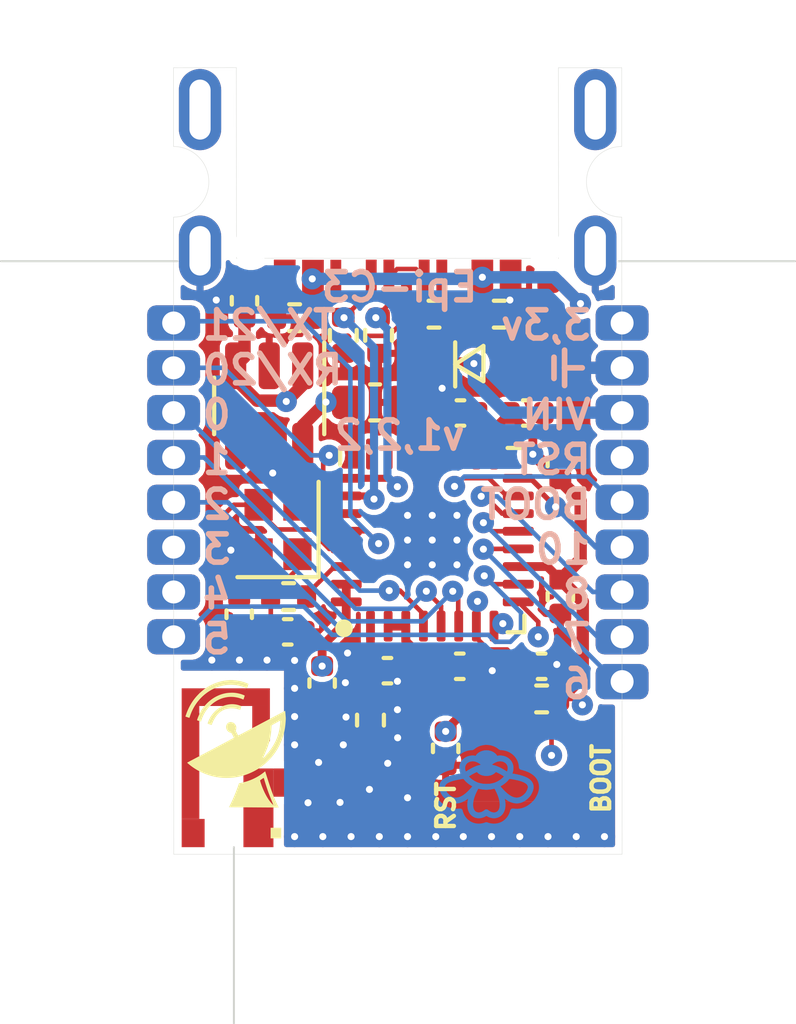
<source format=kicad_pcb>
(kicad_pcb (version 20240108) (generator "pcbnew") (generator_version "8.0")
  (title_block (title "Epi") (date "2022-10-27") (rev "1,1") (company "Rasmus L."))
  (layers (0 "F.Cu" mixed) (1 "In1.Cu" signal) (2 "In2.Cu" signal) (31 "B.Cu" mixed) (34 "B.Paste" user) (35 "F.Paste" user) (36 "B.SilkS" user "B.Silkscreen") (37 "F.SilkS" user "F.Silkscreen") (38 "B.Mask" user) (39 "F.Mask" user) (44 "Edge.Cuts" user))
  (net 0 "")
  (net 1 "+5V")
  (net 2 "GND")
  (net 3 "+3.3V")
  (net 4 "IO0")
  (net 5 "IO1")
  (net 6 "IO2")
  (net 7 "IO3")
  (net 8 "D+")
  (net 9 "D-")
  (net 10 "IO4")
  (net 11 "IO8")
  (net 12 "IO5")
  (net 13 "EN")
  (net 14 "BOOT")
  (net 15 "U0TXD")
  (net 16 "U0RXD")
  (net 17 "IO7")
  (net 18 "IO6")
  (net 19 "Net-(U1-XTAL_N)")
  (net 20 "Net-(U1-LNA_IN)")
  (net 21 "VCC")
  (net 22 "Net-(U1-VDD_SPI{slash}GPIO11)")
  (net 23 "Net-(D1-A)")
  (net 24 "Net-(J3-CC1)")
  (net 25 "Net-(J3-CC2)")
  (net 26 "Net-(U1-XTAL_P)")
  (net 27 "Net-(C4-Pad2)")
  (net 29 "Net-(F1-Pad1)")
  (net 35 "Net-(AE1-A)")
  (net 36 "Net-(C5-Pad2)")
  (net 38 "IO10")
  (footprint "Package_DFN_QFN:QFN-32-1EP_5x5mm_P0.5mm_EP3.45x3.45mm" (layer "F.Cu") (at 105.220036 63.3 90)
    (property "Reference" "U1" (hide yes))
    (property "Value" "ESP32-C3")
  )
  (footprint "Capacitor_SMD:C_0402_1005Metric" (layer "F.Cu") (at 108.85 61.1 -90)
    (property "Reference" "C13" (hide yes))
    (property "Value" "1µF")
  )
  (footprint "DIY:NPTH" (layer "F.Cu") (at 100.08 55)
    (property "Reference" "DRILL1" (hide yes))
    (property "Value" "NPTH")
  )
  (footprint "Connector_PinSocket_1.27mm:PinSocket_1x09_P1.27mm_Vertical" (layer "F.Cu") (at 110.6 57.15)
    (property "Reference" "J2" (hide yes))
    (property "Value" "Conn_01x09")
  )
  (footprint "Resistor_SMD:R_0402_1005Metric" (layer "F.Cu") (at 102.7 57.5 90)
    (property "Reference" "RV2" (hide yes))
    (property "Value" "Varistor")
  )
  (footprint "Resistor_SMD:R_0402_1005Metric" (layer "F.Cu") (at 105.270036 56.9 180)
    (property "Reference" "R5" (hide yes))
    (property "Value" "5,1kΩ")
  )
  (footprint "Crystal:Crystal_SMD_2016-4Pin_2.0x1.6mm" (layer "F.Cu") (at 100.85 63 90)
    (property "Reference" "Y1" (hide yes))
    (property "Value" "Crystal")
  )
  (footprint "Capacitor_SMD:C_0402_1005Metric" (layer "F.Cu") (at 107.9 59.7 180)
    (property "Reference" "C2" (hide yes))
    (property "Value" "100nF")
  )
  (footprint "Capacitor_SMD:C_0402_1005Metric" (layer "F.Cu") (at 108.85 64.9 90)
    (property "Reference" "C7" (hide yes))
    (property "Value" "100nF")
  )
  (footprint "DIY:R-668048" (layer "F.Cu") (at 107.5 68.8 -90)
    (property "Reference" "SW2" (hide yes))
    (property "Value" "SW_MEC_5G")
  )
  (footprint "Resistor_SMD:R_0402_1005Metric" (layer "F.Cu") (at 101.15 64.9)
    (property "Reference" "R2" (hide yes))
    (property "Value" "22Ω")
  )
  (footprint "Resistor_SMD:R_0402_1005Metric" (layer "F.Cu") (at 107.120036 56.9)
    (property "Reference" "RV1" (hide yes))
    (property "Value" "Varistor")
  )
  (footprint "Capacitor_SMD:C_0402_1005Metric" (layer "F.Cu") (at 101.125 65.9 180)
    (property "Reference" "C4" (hide yes))
    (property "Value" "TBD")
  )
  (footprint "Resistor_SMD:R_0402_1005Metric" (layer "F.Cu") (at 103.470036 68.4 -90)
    (property "Reference" "L1" (hide yes))
    (property "Value" "TBD")
  )
  (footprint "Capacitor_SMD:C_0402_1005Metric" (layer "F.Cu") (at 102.1 67.35 90)
    (property "Reference" "C1" (hide yes))
    (property "Value" "100nF")
  )
  (footprint "Capacitor_SMD:C_0402_1005Metric" (layer "F.Cu") (at 108.320036 66.875 180)
    (property "Reference" "C11" (hide yes))
    (property "Value" "1µF")
  )
  (footprint "DIY:R-668048" (layer "F.Cu") (at 109.2 68.8 -90)
    (property "Reference" "SW1" (hide yes))
    (property "Value" "SW_MEC_5G")
  )
  (footprint "Capacitor_SMD:C_0603_1608Metric" (layer "F.Cu") (at 103.6 59.4 180)
    (property "Reference" "C10" (hide yes))
    (property "Value" "22µF")
  )
  (footprint "DIY:USB-C MC-314C-4P16_V2 (2023_01_13 17_48_46 UTC)" (layer "F.Cu") (at 104.24 51.855 180)
    (property "Reference" "J3" (hide yes))
    (property "Value" "USB_C_Receptacle_USB2.0" (hide yes))
  )
  (footprint "Resistor_SMD:R_0402_1005Metric" (layer "F.Cu") (at 101.320036 57 180)
    (property "Reference" "R4" (hide yes))
    (property "Value" "5,1kΩ")
  )
  (footprint "Capacitor_SMD:C_0402_1005Metric" (layer "F.Cu") (at 99.75 65.4 90)
    (property "Reference" "C3" (hide yes))
    (property "Value" "TBD")
  )
  (footprint "Capacitor_SMD:C_0402_1005Metric" (layer "F.Cu") (at 105.6 69.2 90)
    (property "Reference" "C8" (hide yes))
    (property "Value" "1µF")
  )
  (footprint "Inductor_SMD:L_0402_1005Metric" (layer "F.Cu") (at 106 67.8 180)
    (property "Reference" "FB2" (hide yes))
    (property "Value" "Ferrite")
  )
  (footprint "Resistor_SMD:R_0402_1005Metric" (layer "F.Cu") (at 108.320036 67.8 180)
    (property "Reference" "R6" (hide yes))
    (property "Value" "10kΩ")
  )
  (footprint "Capacitor_SMD:C_0402_1005Metric" (layer "F.Cu") (at 103.950036 67 180)
    (property "Reference" "C6" (hide yes))
    (property "Value" "TBD")
  )
  (footprint "Fuse:Fuse_0402_1005Metric" (layer "F.Cu") (at 108.520036 58.3 -90)
    (property "Reference" "F1" (hide yes))
    (property "Value" "500mA")
  )
  (footprint "Package_TO_SOT_SMD:SOT-23-5" (layer "F.Cu") (at 100.6 59.5 -90)
    (property "Reference" "U2" (hide yes))
    (property "Value" "RT9080")
  )
  (footprint "Inductor_SMD:L_0402_1005Metric" (layer "F.Cu") (at 108.520036 56.4885 -90)
    (property "Reference" "FB1" (hide yes))
    (property "Value" "Ferrite")
  )
  (footprint "DIY:SOD323_bättre (2022_12_20 17_46_41 UTC)" (layer "F.Cu") (at 106.420036 58.3)
    (property "Reference" "D1" (hide yes))
    (property "Value" "D")
  )
  (footprint "Resistor_SMD:R_0402_1005Metric" (layer "F.Cu") (at 103.7 57.5 90)
    (property "Reference" "RV3" (hide yes))
    (property "Value" "Varistor")
  )
  (footprint "Capacitor_SMD:C_0402_1005Metric" (layer "F.Cu") (at 106 66.875 180)
    (property "Reference" "C5" (hide yes))
    (property "Value" "100nF")
  )
  (footprint "DIY:2450AT14A0100001T" (layer "F.Cu") (at 100.720036 70.195 -90)
    (property "Reference" "AE1" (hide yes))
    (property "Value" "Antenna")
  )
  (footprint "Capacitor_SMD:C_0402_1005Metric" (layer "F.Cu") (at 99.9 56.52 -90)
    (property "Reference" "C9" (hide yes))
    (property "Value" "1µF")
  )
  (footprint "Capacitor_SMD:C_0402_1005Metric" (layer "F.Cu") (at 106.02 59.7 180)
    (property "Reference" "C12" (hide yes))
    (property "Value" "1µF")
  )
  (footprint "Connector_PinHeader_1.27mm:PinHeader_1x08_P1.27mm_Vertical" (layer "F.Cu") (at 97.892518 57.15)
    (property "Reference" "J1" (hide yes))
    (property "Value" "Conn_01x08")
  )
  (footprint "DIY:NPTH" (layer "F.Cu") (at 108.4 55)
    (property "Reference" "DRILL2" (hide yes))
    (property "Value" "NPTH")
  )
  (gr_line (start 106.766763 69.703887) (end 106.780279 69.684362) (stroke (width 0.1625)) (layer "B.Cu"))
  (gr_line (start 107.14924 70.499851) (end 107.169638 70.556148) (stroke (width 0.1625)) (layer "B.Cu"))
  (gr_line (start 106.095902 69.887166) (end 106.108694 69.916665) (stroke (width 0.1625)) (layer "B.Cu"))
  (gr_line (start 105.82872 70.033431) (end 105.761667 70.052402) (stroke (width 0.1625)) (layer "B.Cu"))
  (gr_line (start 106.640341 71.079094) (end 106.669199 71.066815) (stroke (width 0.1625)) (layer "B.Cu"))
  (gr_line (start 106.639481 69.358732) (end 106.621642 69.366261) (stroke (width 0.1625)) (layer "B.Cu"))
  (gr_line (start 107.749665 70.648748) (end 107.71384 70.66253) (stroke (width 0.1625)) (layer "B.Cu"))
  (gr_line (start 106.876535 69.877237) (end 106.892166 69.870165) (stroke (width 0.1625)) (layer "B.Cu"))
  (gr_line (start 106.981661 71.09811) (end 106.953892 71.097842) (stroke (width 0.1625)) (layer "B.Cu"))
  (gr_line (start 105.5 70.3) (end 105.502008 70.324999) (stroke (width 0.1625)) (layer "B.Cu"))
  (gr_line (start 107.095456 70.379246) (end 107.124572 70.440879) (stroke (width 0.1625)) (layer "B.Cu"))
  (gr_line (start 106.695444 69.342982) (end 106.67644 69.347204) (stroke (width 0.1625)) (layer "B.Cu"))
  (gr_line (start 106.815355 69.73057) (end 106.784255 69.726918) (stroke (width 0.1625)) (layer "B.Cu"))
  (gr_line (start 106.496308 69.495114) (end 106.490839 69.507148) (stroke (width 0.1625)) (layer "B.Cu"))
  (gr_line (start 106.71472 69.339637) (end 106.695444 69.342982) (stroke (width 0.1625)) (layer "B.Cu"))
  (gr_line (start 106.63181 69.58611) (end 106.614087 69.572939) (stroke (width 0.1625)) (layer "B.Cu"))
  (gr_line (start 107.019132 69.507148) (end 107.044464 69.498878) (stroke (width 0.1625)) (layer "B.Cu"))
  (gr_line (start 106.364869 69.484654) (end 106.340375 69.485588) (stroke (width 0.1625)) (layer "B.Cu"))
  (gr_line (start 107.358085 69.56539) (end 107.373733 69.581367) (stroke (width 0.1625)) (layer "B.Cu"))
  (gr_line (start 106.841698 69.888648) (end 106.85975 69.883411) (stroke (width 0.1625)) (layer "B.Cu"))
  (gr_line (start 108.007989 70.324999) (end 108.00304 70.351281) (stroke (width 0.1625)) (layer "B.Cu"))
  (gr_line (start 106.301713 70.874093) (end 106.309019 70.908464) (stroke (width 0.1625)) (layer "B.Cu"))
  (gr_line (start 107.894631 70.543518) (end 107.858241 70.577884) (stroke (width 0.1625)) (layer "B.Cu"))
  (gr_line (start 106.9674 69.529628) (end 106.98505 69.521172) (stroke (width 0.1625)) (layer "B.Cu"))
  (gr_line (start 106.793765 69.338973) (end 106.813349 69.342122) (stroke (width 0.1625)) (layer "B.Cu"))
  (gr_line (start 107.25111 70.111124) (end 107.229882 70.128741) (stroke (width 0.1625)) (layer "B.Cu"))
  (gr_line (start 105.68808 70.606697) (end 105.724289 70.630228) (stroke (width 0.1625)) (layer "B.Cu"))
  (gr_line (start 107.949253 70.157663) (end 107.965315 70.174773) (stroke (width 0.1625)) (layer "B.Cu"))
  (gr_line (start 107.177747 70.96877) (end 107.162873 70.994677) (stroke (width 0.1625)) (layer "B.Cu"))
  (gr_line (start 107.071268 69.801572) (end 107.047582 69.791357) (stroke (width 0.1625)) (layer "B.Cu"))
  (gr_line (start 107.341123 69.550715) (end 107.358085 69.56539) (stroke (width 0.1625)) (layer "B.Cu"))
  (gr_line (start 106.99971 69.772743) (end 106.985896 69.767973) (stroke (width 0.1625)) (layer "B.Cu"))
  (gr_line (start 107.979065 70.192893) (end 107.990414 70.21206) (stroke (width 0.1625)) (layer "B.Cu"))
  (gr_line (start 106.071509 69.725903) (end 106.069819 69.750684) (stroke (width 0.1625)) (layer "B.Cu"))
  (gr_line (start 107.809373 70.073997) (end 107.863687 70.098529) (stroke (width 0.1625)) (layer "B.Cu"))
  (gr_line (start 108.00304 70.351281) (end 107.995061 70.378887) (stroke (width 0.1625)) (layer "B.Cu"))
  (gr_line (start 105.530931 70.192893) (end 105.519582 70.21206) (stroke (width 0.1625)) (layer "B.Cu"))
  (gr_line (start 107.278172 69.916318) (end 107.233044 69.887731) (stroke (width 0.1625)) (layer "B.Cu"))
  (gr_line (start 106.928405 70.271737) (end 106.895567 70.277947) (stroke (width 0.1625)) (layer "B.Cu"))
  (gr_line (start 107.095103 69.488084) (end 107.120218 69.485471) (stroke (width 0.1625)) (layer "B.Cu"))
  (gr_line (start 107.163692 70.17533) (end 107.140908 70.189059) (stroke (width 0.1625)) (layer "B.Cu"))
  (gr_line (start 107.008707 71.095411) (end 106.981661 71.09811) (stroke (width 0.1625)) (layer "B.Cu"))
  (gr_line (start 106.94949 69.539038) (end 106.9674 69.529628) (stroke (width 0.1625)) (layer "B.Cu"))
  (gr_line (start 106.311455 70.660657) (end 106.302748 70.708841) (stroke (width 0.1625)) (layer "B.Cu"))
  (gr_line (start 106.784255 69.726918) (end 106.754303 69.724296) (stroke (width 0.1625)) (layer "B.Cu"))
  (gr_line (start 106.954012 69.410295) (end 106.96149 69.417778) (stroke (width 0.1625)) (layer "B.Cu"))
  (gr_line (start 106.542416 69.529628) (end 106.524832 69.521172) (stroke (width 0.1625)) (layer "B.Cu"))
  (gr_line (start 105.831715 70.671846) (end 105.866957 70.676966) (stroke (width 0.1625)) (layer "B.Cu"))
  (gr_line (start 107.367324 69.977504) (end 107.322914 69.946308) (stroke (width 0.1625)) (layer "B.Cu"))
  (gr_line (start 107.385708 69.946792) (end 107.367324 69.977504) (stroke (width 0.1625)) (layer "B.Cu"))
  (gr_line (start 106.686307 69.892907) (end 106.666856 69.888648) (stroke (width 0.1625)) (layer "B.Cu"))
  (gr_line (start 107.367315 69.977504) (end 107.349448 70.003527) (stroke (width 0.1625)) (layer "B.Cu"))
  (gr_line (start 107.094465 70.21433) (end 107.070875 70.226043) (stroke (width 0.1625)) (layer "B.Cu"))
  (gr_line (start 106.473829 71.08976) (end 106.499907 71.095411) (stroke (width 0.1625)) (layer "B.Cu"))
  (gr_line (start 107.106108 71.05524) (end 107.08373 71.06966) (stroke (width 0.1625)) (layer "B.Cu"))
  (gr_line (start 106.953892 71.097842) (end 106.925578 71.094593) (stroke (width 0.1625)) (layer "B.Cu"))
  (gr_line (start 106.323896 70.609755) (end 106.311455 70.660657) (stroke (width 0.1625)) (layer "B.Cu"))
  (gr_line (start 107.229882 70.128741) (end 107.208213 70.145257) (stroke (width 0.1625)) (layer "B.Cu"))
  (gr_line (start 106.346637 70.410173) (end 106.486827 70.248056) (stroke (width 0.1625)) (layer "B.Cu"))
  (gr_line (start 106.217815 70.072246) (end 106.23806 70.092321) (stroke (width 0.1625)) (layer "B.Cu"))
  (gr_line (start 106.088672 69.657401) (end 106.081031 69.679217) (stroke (width 0.1625)) (layer "B.Cu"))
  (gr_line (start 107.952039 70.470035) (end 107.931037 70.503326) (stroke (width 0.1625)) (layer "B.Cu"))
  (gr_line (start 106.753854 69.335136) (end 106.734209 69.337059) (stroke (width 0.1625)) (layer "B.Cu"))
  (gr_line (start 106.847133 69.735227) (end 106.815355 69.73057) (stroke (width 0.1625)) (layer "B.Cu"))
  (gr_line (start 106.992075 70.256645) (end 106.960537 70.264587) (stroke (width 0.1625)) (layer "B.Cu"))
  (gr_line (start 106.933278 69.843966) (end 106.945434 69.833705) (stroke (width 0.1625)) (layer "B.Cu"))
  (gr_line (start 107.303636 69.525452) (end 107.322941 69.537387) (stroke (width 0.1625)) (layer "B.Cu"))
  (gr_line (start 106.124235 69.946792) (end 106.142619 69.977504) (stroke (width 0.1625)) (layer "B.Cu"))
  (gr_line (start 106.59618 69.5607) (end 106.578195 69.549398) (stroke (width 0.1625)) (layer "B.Cu"))
  (gr_line (start 107.193603 69.488228) (end 107.217091 69.492529) (stroke (width 0.1625)) (layer "B.Cu"))
  (gr_line (start 106.582866 71.094593) (end 106.611504 71.088349) (stroke (width 0.1625)) (layer "B.Cu"))
  (gr_line (start 106.810047 69.647988) (end 106.82608 69.631151) (stroke (width 0.1625)) (layer "B.Cu"))
  (gr_line (start 106.931431 69.549398) (end 106.94949 69.539038) (stroke (width 0.1625)) (layer "B.Cu"))
  (gr_line (start 107.047085 70.237257) (end 107.023129 70.248056) (stroke (width 0.1625)) (layer "B.Cu"))
  (gr_line (start 107.124572 70.440879) (end 107.14924 70.499851) (stroke (width 0.1625)) (layer "B.Cu"))
  (gr_line (start 106.448833 71.081171) (end 106.473829 71.08976) (stroke (width 0.1625)) (layer "B.Cu"))
  (gr_line (start 107.208213 70.145257) (end 107.186138 70.160758) (stroke (width 0.1625)) (layer "B.Cu"))
  (gr_line (start 106.632142 69.877237) (end 106.616633 69.870165) (stroke (width 0.1625)) (layer "B.Cu"))
  (gr_line (start 106.868019 71.079094) (end 106.839131 71.066815) (stroke (width 0.1625)) (layer "B.Cu"))
  (gr_line (start 106.614355 70.277947) (end 106.648008 70.283071) (stroke (width 0.1625)) (layer "B.Cu"))
  (gr_line (start 106.389721 69.485471) (end 106.364869 69.484654) (stroke (width 0.1625)) (layer "B.Cu"))
  (gr_line (start 106.527266 69.443209) (end 106.520618 69.452535) (stroke (width 0.1625)) (layer "B.Cu"))
  (gr_line (start 107.047582 69.791357) (end 107.023731 69.781739) (stroke (width 0.1625)) (layer "B.Cu"))
  (gr_line (start 106.925578 71.094593) (end 106.896894 71.088349) (stroke (width 0.1625)) (layer "B.Cu"))
  (gr_line (start 107.428909 69.679217) (end 107.434663 69.702066) (stroke (width 0.1625)) (layer "B.Cu"))
  (gr_line (start 107.969651 70.438224) (end 107.952039 70.470035) (stroke (width 0.1625)) (layer "B.Cu"))
  (gr_line (start 107.126877 71.037927) (end 107.106108 71.05524) (stroke (width 0.1625)) (layer "B.Cu"))
  (gr_line (start 105.519582 70.21206) (end 105.510725 70.232316) (stroke (width 0.1625)) (layer "B.Cu"))
  (gr_line (start 106.822265 69.892907) (end 106.841698 69.888648) (stroke (width 0.1625)) (layer "B.Cu"))
  (gr_line (start 106.510228 69.772743) (end 106.524027 69.767973) (stroke (width 0.1625)) (layer "B.Cu"))
  (gr_line (start 106.190858 70.557247) (end 106.246802 70.510144) (stroke (width 0.1625)) (layer "B.Cu"))
  (gr_line (start 106.682819 69.631151) (end 106.666281 69.615222) (stroke (width 0.1625)) (layer "B.Cu"))
  (gr_line (start 107.29211 70.072246) (end 107.271864 70.092321) (stroke (width 0.1625)) (layer "B.Cu"))
  (gr_line (start 107.070875 70.226043) (end 107.047085 70.237257) (stroke (width 0.1625)) (layer "B.Cu"))
  (gr_line (start 107.034852 71.08976) (end 107.008707 71.095411) (stroke (width 0.1625)) (layer "B.Cu"))
  (gr_line (start 107.187474 69.860744) (end 107.164507 69.847912) (stroke (width 0.1625)) (layer "B.Cu"))
  (gr_line (start 106.298863 70.460395) (end 106.346637 70.410173) (stroke (width 0.1625)) (layer "B.Cu"))
  (gr_line (start 107.118175 69.823695) (end 107.094797 69.81236) (stroke (width 0.1625)) (layer "B.Cu"))
  (gr_line (start 106.425095 71.06966) (end 106.448833 71.081171) (stroke (width 0.1625)) (layer "B.Cu"))
  (gr_line (start 106.648842 69.883411) (end 106.632142 69.877237) (stroke (width 0.1625)) (layer "B.Cu"))
  (gr_line (start 106.67644 69.347204) (end 106.657766 69.352417) (stroke (width 0.1625)) (layer "B.Cu"))
  (gr_line (start 105.761667 70.052402) (end 105.700623 70.073997) (stroke (width 0.1625)) (layer "B.Cu"))
  (gr_line (start 107.14507 69.484654) (end 107.169564 69.485588) (stroke (width 0.1625)) (layer "B.Cu"))
  (gr_line (start 107.999271 70.232316) (end 108.005548 70.253698) (stroke (width 0.1625)) (layer "B.Cu"))
  (gr_line (start 106.369017 70.189059) (end 106.392103 70.20203) (stroke (width 0.1625)) (layer "B.Cu"))
  (gr_line (start 106.069819 69.750684) (end 106.070303 69.776363) (stroke (width 0.1625)) (layer "B.Cu"))
  (gr_line (start 107.681277 70.033431) (end 107.748329 70.052402) (stroke (width 0.1625)) (layer "B.Cu"))
  (gr_line (start 106.941825 69.754986) (end 106.910839 69.747459) (stroke (width 0.1625)) (layer "B.Cu"))
  (gr_line (start 106.36852 69.835554) (end 106.391755 69.823695) (stroke (width 0.1625)) (layer "B.Cu"))
  (gr_line (start 106.486791 70.248056) (end 106.517846 70.256645) (stroke (width 0.1625)) (layer "B.Cu"))
  (gr_line (start 106.989363 69.78609) (end 106.999741 69.772743) (stroke (width 0.1625)) (layer "B.Cu"))
  (gr_line (start 106.345423 69.847912) (end 106.36852 69.835554) (stroke (width 0.1625)) (layer "B.Cu"))
  (gr_line (start 107.094797 69.81236) (end 107.071268 69.801572) (stroke (width 0.1625)) (layer "B.Cu"))
  (gr_line (start 107.431763 69.830237) (end 107.42418 69.858342) (stroke (width 0.1625)) (layer "B.Cu"))
  (gr_line (start 106.486204 69.781739) (end 106.510228 69.772743) (stroke (width 0.1625)) (layer "B.Cu"))
  (gr_line (start 107.411834 69.636663) (end 107.421268 69.657401) (stroke (width 0.1625)) (layer "B.Cu"))
  (gr_line (start 106.666856 69.888648) (end 106.648842 69.883411) (stroke (width 0.1625)) (layer "B.Cu"))
  (gr_line (start 106.578195 69.549398) (end 106.560239 69.539038) (stroke (width 0.1625)) (layer "B.Cu"))
  (gr_line (start 106.567904 69.754986) (end 106.598674 69.747459) (stroke (width 0.1625)) (layer "B.Cu"))
  (gr_line (start 106.100539 70.618183) (end 106.131432 70.599529) (stroke (width 0.1625)) (layer "B.Cu"))
  (gr_line (start 106.773493 70.290162) (end 106.754963 70.290454) (stroke (width 0.1625)) (layer "B.Cu"))
  (gr_line (start 106.98505 69.521172) (end 107.002331 69.513677) (stroke (width 0.1625)) (layer "B.Cu"))
  (gr_line (start 106.499907 71.095411) (end 106.526891 71.09811) (stroke (width 0.1625)) (layer "B.Cu"))
  (gr_line (start 106.517846 70.256645) (end 106.549385 70.264587) (stroke (width 0.1625)) (layer "B.Cu"))
  (gr_line (start 106.246802 70.510144) (end 106.298863 70.460395) (stroke (width 0.1625)) (layer "B.Cu"))
  (gr_line (start 106.842731 69.615222) (end 106.859892 69.600206) (stroke (width 0.1625)) (layer "B.Cu"))
  (gr_line (start 106.068926 70.634817) (end 106.100539 70.618183) (stroke (width 0.1625)) (layer "B.Cu"))
  (gr_line (start 107.441071 70.634817) (end 107.409458 70.618183) (stroke (width 0.1625)) (layer "B.Cu"))
  (gr_line (start 106.989376 69.452392) (end 106.995807 69.46228) (stroke (width 0.1625)) (layer "B.Cu"))
  (gr_line (start 106.226637 69.514954) (end 106.206304 69.525452) (stroke (width 0.1625)) (layer "B.Cu"))
  (gr_line (start 105.970274 70.669876) (end 106.003744 70.660935) (stroke (width 0.1625)) (layer "B.Cu"))
  (gr_line (start 106.975852 69.434123) (end 106.982722 69.443011) (stroke (width 0.1625)) (layer "B.Cu"))
  (gr_line (start 107.059918 71.081171) (end 107.034852 71.08976) (stroke (width 0.1625)) (layer "B.Cu"))
  (gr_line (start 107.271864 70.092321) (end 107.25111 70.111124) (stroke (width 0.1625)) (layer "B.Cu"))
  (gr_line (start 106.554602 71.097842) (end 106.582866 71.094593) (stroke (width 0.1625)) (layer "B.Cu"))
  (gr_line (start 106.827336 70.286961) (end 106.809666 70.288397) (stroke (width 0.1625)) (layer "B.Cu"))
  (gr_line (start 106.754283 69.724296) (end 106.741839 69.703887) (stroke (width 0.1625)) (layer "B.Cu"))
  (gr_line (start 106.90542 69.374249) (end 106.922281 69.384663) (stroke (width 0.1625)) (layer "B.Cu"))
  (gr_line (start 105.500844 70.276247) (end 105.5 70.3) (stroke (width 0.1625)) (layer "B.Cu"))
  (gr_line (start 106.415458 70.21433) (end 106.439047 70.226043) (stroke (width 0.1625)) (layer "B.Cu"))
  (gr_line (start 106.555926 69.410761) (end 106.548465 69.418173) (stroke (width 0.1625)) (layer "B.Cu"))
  (gr_line (start 106.541667 69.811132) (end 106.531035 69.798899) (stroke (width 0.1625)) (layer "B.Cu"))
  (gr_line (start 108.005548 70.253698) (end 108.009152 70.276247) (stroke (width 0.1625)) (layer "B.Cu"))
  (gr_line (start 107.409458 70.618183) (end 107.378565 70.599529) (stroke (width 0.1625)) (layer "B.Cu"))
  (gr_line (start 106.391755 69.823695) (end 106.415134 69.81236) (stroke (width 0.1625)) (layer "B.Cu"))
  (gr_line (start 106.073058 69.802896) (end 106.07818 69.830237) (stroke (width 0.1625)) (layer "B.Cu"))
  (gr_line (start 107.330936 70.027934) (end 107.311811 70.050812) (stroke (width 0.1625)) (layer "B.Cu"))
  (gr_line (start 106.665175 70.285179) (end 106.682587 70.286961) (stroke (width 0.1625)) (layer "B.Cu"))
  (gr_line (start 106.524027 69.767973) (end 106.538276 69.763422) (stroke (width 0.1625)) (layer "B.Cu"))
  (gr_line (start 106.531035 69.798899) (end 106.520605 69.78609) (stroke (width 0.1625)) (layer "B.Cu"))
  (gr_line (start 106.754303 69.724296) (end 106.754305 69.724296) (stroke (width 0.1625)) (layer "B.Cu"))
  (gr_line (start 105.560743 70.157663) (end 105.544682 70.174773) (stroke (width 0.1625)) (layer "B.Cu"))
  (gr_line (start 107.311811 70.050812) (end 107.29211 70.072246) (stroke (width 0.1625)) (layer "B.Cu"))
  (gr_line (start 106.465476 69.498878) (end 106.44012 69.492538) (stroke (width 0.1625)) (layer "B.Cu"))
  (gr_line (start 107.367356 69.977504) (end 107.451254 69.989121) (stroke (width 0.1625)) (layer "B.Cu"))
  (gr_line (start 107.678281 70.671846) (end 107.64304 70.676966) (stroke (width 0.1625)) (layer "B.Cu"))
  (gr_line (start 106.77392 69.336678) (end 106.793765 69.338973) (stroke (width 0.1625)) (layer "B.Cu"))
  (gr_line (start 107.239935 69.498447) (end 107.262037 69.505937) (stroke (width 0.1625)) (layer "B.Cu"))
  (gr_line (start 106.938497 69.396645) (end 106.946346 69.403255) (stroke (width 0.1625)) (layer "B.Cu"))
  (gr_line (start 106.616633 69.870165) (end 106.602191 69.862236) (stroke (width 0.1625)) (layer "B.Cu"))
  (gr_line (start 106.832615 69.346228) (end 106.851511 69.351392) (stroke (width 0.1625)) (layer "B.Cu"))
  (gr_line (start 106.297597 70.754291) (end 106.295825 70.796992) (stroke (width 0.1625)) (layer "B.Cu"))
  (gr_line (start 106.363201 71.017734) (end 106.382103 71.037927) (stroke (width 0.1625)) (layer "B.Cu"))
  (gr_line (start 106.414521 70.379246) (end 106.385382 70.440879) (stroke (width 0.1625)) (layer "B.Cu"))
  (gr_line (start 107.931037 70.503326) (end 107.894631 70.543518) (stroke (width 0.1625)) (layer "B.Cu"))
  (gr_line (start 106.151854 69.56539) (end 106.136206 69.581367) (stroke (width 0.1625)) (layer "B.Cu"))
  (gr_line (start 107.319139 70.557247) (end 107.263194 70.510144) (stroke (width 0.1625)) (layer "B.Cu"))
  (gr_line (start 106.526891 71.09811) (end 106.554602 71.097842) (stroke (width 0.1625)) (layer "B.Cu"))
  (gr_line (start 106.96811 69.811132) (end 106.978858 69.798899) (stroke (width 0.1625)) (layer "B.Cu"))
  (gr_line (start 107.263194 70.510144) (end 107.211134 70.460395) (stroke (width 0.1625)) (layer "B.Cu"))
  (gr_line (start 107.400704 69.617049) (end 107.411834 69.636663) (stroke (width 0.1625)) (layer "B.Cu"))
  (gr_line (start 106.462836 70.237257) (end 106.486791 70.248056) (stroke (width 0.1625)) (layer "B.Cu"))
  (gr_line (start 105.526035 70.407855) (end 105.540346 70.438224) (stroke (width 0.1625)) (layer "B.Cu"))
  (gr_line (start 108.009152 70.276247) (end 108.009996 70.3) (stroke (width 0.1625)) (layer "B.Cu"))
  (gr_line (start 106.754305 69.724296) (end 106.766763 69.703887) (stroke (width 0.1625)) (layer "B.Cu"))
  (gr_line (start 106.231763 69.916318) (end 106.276889 69.887731) (stroke (width 0.1625)) (layer "B.Cu"))
  (gr_line (start 106.507594 69.513677) (end 106.490808 69.507148) (stroke (width 0.1625)) (layer "B.Cu"))
  (gr_line (start 106.700258 70.288397) (end 106.718202 70.289471) (stroke (width 0.1625)) (layer "B.Cu"))
  (gr_line (start 107.821916 70.606697) (end 107.785708 70.630228) (stroke (width 0.1625)) (layer "B.Cu"))
  (gr_line (start 106.142609 69.977504) (end 106.160476 70.003527) (stroke (width 0.1625)) (layer "B.Cu"))
  (gr_line (start 106.392103 70.20203) (end 106.415458 70.21433) (stroke (width 0.1625)) (layer "B.Cu"))
  (gr_line (start 106.109237 69.617049) (end 106.098106 69.636663) (stroke (width 0.1625)) (layer "B.Cu"))
  (gr_line (start 106.462352 69.791357) (end 106.486204 69.781739) (stroke (width 0.1625)) (layer "B.Cu"))
  (gr_line (start 106.851511 69.351392) (end 106.86998 69.357715) (stroke (width 0.1625)) (layer "B.Cu"))
  (gr_line (start 106.448277 70.314967) (end 106.414521 70.379246) (stroke (width 0.1625)) (layer "B.Cu"))
  (gr_line (start 106.415134 69.81236) (end 106.438664 69.801572) (stroke (width 0.1625)) (layer "B.Cu"))
  (gr_line (start 107.14141 69.835554) (end 107.118175 69.823695) (stroke (width 0.1625)) (layer "B.Cu"))
  (gr_line (start 106.14264 69.977504) (end 106.058742 69.989121) (stroke (width 0.1625)) (layer "B.Cu"))
  (gr_line (start 106.86998 69.357715) (end 106.887968 69.3653) (stroke (width 0.1625)) (layer "B.Cu"))
  (gr_line (start 106.524832 69.521172) (end 106.507594 69.513677) (stroke (width 0.1625)) (layer "B.Cu"))
  (gr_line (start 107.163359 70.410173) (end 107.02317 70.248056) (stroke (width 0.1625)) (layer "B.Cu"))
  (gr_line (start 107.322941 69.537387) (end 107.341123 69.550715) (stroke (width 0.1625)) (layer "B.Cu"))
  (gr_line (start 106.385382 70.440879) (end 106.360682 70.499851) (stroke (width 0.1625)) (layer "B.Cu"))
  (gr_line (start 106.728365 69.684362) (end 106.713966 69.665727) (stroke (width 0.1625)) (layer "B.Cu"))
  (gr_line (start 106.51419 69.462374) (end 106.507992 69.472742) (stroke (width 0.1625)) (layer "B.Cu"))
  (gr_line (start 106.438664 69.801572) (end 106.462352 69.791357) (stroke (width 0.1625)) (layer "B.Cu"))
  (gr_line (start 106.982722 69.443011) (end 106.989376 69.452392) (stroke (width 0.1625)) (layer "B.Cu"))
  (gr_line (start 106.136206 69.581367) (end 106.121969 69.598601) (stroke (width 0.1625)) (layer "B.Cu"))
  (gr_line (start 107.421268 69.657401) (end 107.428909 69.679217) (stroke (width 0.1625)) (layer "B.Cu"))
  (gr_line (start 107.19833 70.660657) (end 107.20698 70.708841) (stroke (width 0.1625)) (layer "B.Cu"))
  (gr_line (start 106.661882 69.735227) (end 106.693443 69.73057) (stroke (width 0.1625)) (layer "B.Cu"))
  (gr_line (start 106.486827 70.248056) (end 106.448277 70.314967) (stroke (width 0.1625)) (layer "B.Cu"))
  (gr_line (start 106.382103 71.037927) (end 106.402793 71.05524) (stroke (width 0.1625)) (layer "B.Cu"))
  (gr_line (start 107.212272 70.836932) (end 107.207741 70.874093) (stroke (width 0.1625)) (layer "B.Cu"))
  (gr_line (start 107.217091 69.492529) (end 107.239935 69.498447) (stroke (width 0.1625)) (layer "B.Cu"))
  (gr_line (start 107.212069 70.754291) (end 107.213773 70.796992) (stroke (width 0.1625)) (layer "B.Cu"))
  (gr_line (start 107.473352 70.649158) (end 107.441071 70.634817) (stroke (width 0.1625)) (layer "B.Cu"))
  (gr_line (start 106.780279 69.684362) (end 106.794744 69.665727) (stroke (width 0.1625)) (layer "B.Cu"))
  (gr_line (start 107.140908 70.189059) (end 107.117821 70.20203) (stroke (width 0.1625)) (layer "B.Cu"))
  (gr_line (start 107.044464 69.498878) (end 107.069819 69.492538) (stroke (width 0.1625)) (layer "B.Cu"))
  (gr_line (start 106.270004 69.498447) (end 106.247902 69.505937) (stroke (width 0.1625)) (layer "B.Cu"))
  (gr_line (start 106.920423 69.85349) (end 106.933278 69.843966) (stroke (width 0.1625)) (layer "B.Cu"))
  (gr_line (start 106.098106 69.636663) (end 106.088672 69.657401) (stroke (width 0.1625)) (layer "B.Cu"))
  (gr_line (start 107.200358 70.908464) (end 107.190301 70.940027) (stroke (width 0.1625)) (layer "B.Cu"))
  (gr_line (start 105.557957 70.470035) (end 105.578959 70.503326) (stroke (width 0.1625)) (layer "B.Cu"))
  (gr_line (start 106.548465 69.418173) (end 106.541197 69.426042) (stroke (width 0.1625)) (layer "B.Cu"))
  (gr_line (start 106.44012 69.492538) (end 106.414837 69.488084) (stroke (width 0.1625)) (layer "B.Cu"))
  (gr_line (start 106.552625 69.822747) (end 106.541667 69.811132) (stroke (width 0.1625)) (layer "B.Cu"))
  (gr_line (start 107.451254 69.989121) (end 107.532019 70.002104) (stroke (width 0.1625)) (layer "B.Cu"))
  (gr_line (start 107.069819 69.492538) (end 107.095103 69.488084) (stroke (width 0.1625)) (layer "B.Cu"))
  (gr_line (start 107.858241 70.577884) (end 107.821916 70.606697) (stroke (width 0.1625)) (layer "B.Cu"))
  (gr_line (start 106.346266 70.994677) (end 106.363201 71.017734) (stroke (width 0.1625)) (layer "B.Cu"))
  (gr_line (start 107.169564 69.485588) (end 107.193603 69.488228) (stroke (width 0.1625)) (layer "B.Cu"))
  (gr_line (start 106.075278 69.702066) (end 106.071509 69.725903) (stroke (width 0.1625)) (layer "B.Cu"))
  (gr_line (start 106.439047 70.226043) (end 106.462836 70.237257) (stroke (width 0.1625)) (layer "B.Cu"))
  (gr_line (start 107.023129 70.248056) (end 106.992075 70.256645) (stroke (width 0.1625)) (layer "B.Cu"))
  (gr_line (start 107.608166 70.678164) (end 107.57371 70.67571) (stroke (width 0.1625)) (layer "B.Cu"))
  (gr_line (start 106.754284 69.724296) (end 106.754283 69.724296) (stroke (width 0.1625)) (layer "B.Cu"))
  (gr_line (start 106.718202 70.289471) (end 106.736433 70.290162) (stroke (width 0.1625)) (layer "B.Cu"))
  (gr_line (start 106.809666 70.288397) (end 106.791723 70.289471) (stroke (width 0.1625)) (layer "B.Cu"))
  (gr_line (start 107.71384 70.66253) (end 107.678281 70.671846) (stroke (width 0.1625)) (layer "B.Cu"))
  (gr_line (start 106.945434 69.833705) (end 106.957007 69.822747) (stroke (width 0.1625)) (layer "B.Cu"))
  (gr_line (start 106.861914 70.283071) (end 106.844748 70.285179) (stroke (width 0.1625)) (layer "B.Cu"))
  (gr_line (start 106.576015 69.843966) (end 106.564033 69.833705) (stroke (width 0.1625)) (layer "B.Cu"))
  (gr_line (start 106.82608 69.631151) (end 106.842731 69.615222) (stroke (width 0.1625)) (layer "B.Cu"))
  (gr_line (start 107.162873 70.994677) (end 107.145857 71.017734) (stroke (width 0.1625)) (layer "B.Cu"))
  (gr_line (start 106.666281 69.615222) (end 106.649243 69.600206) (stroke (width 0.1625)) (layer "B.Cu"))
  (gr_line (start 106.520605 69.78609) (end 106.510255 69.772743) (stroke (width 0.1625)) (layer "B.Cu"))
  (gr_line (start 106.713966 69.665727) (end 106.698749 69.647988) (stroke (width 0.1625)) (layer "B.Cu"))
  (gr_line (start 107.57371 70.67571) (end 107.539723 70.669876) (stroke (width 0.1625)) (layer "B.Cu"))
  (gr_line (start 106.70732 69.89615) (end 106.686307 69.892907) (stroke (width 0.1625)) (layer "B.Cu"))
  (gr_line (start 106.730018 69.898334) (end 106.70732 69.89615) (stroke (width 0.1625)) (layer "B.Cu"))
  (gr_line (start 106.247902 69.505937) (end 106.226637 69.514954) (stroke (width 0.1625)) (layer "B.Cu"))
  (gr_line (start 106.602191 69.862236) (end 106.588693 69.85349) (stroke (width 0.1625)) (layer "B.Cu"))
  (gr_line (start 107.20698 70.708841) (end 107.212069 70.754291) (stroke (width 0.1625)) (layer "B.Cu"))
  (gr_line (start 107.08373 71.06966) (end 107.059918 71.081171) (stroke (width 0.1625)) (layer "B.Cu"))
  (gr_line (start 106.930473 69.390452) (end 106.938497 69.396645) (stroke (width 0.1625)) (layer "B.Cu"))
  (gr_line (start 106.697902 71.051496) (end 106.726272 71.033123) (stroke (width 0.1625)) (layer "B.Cu"))
  (gr_line (start 107.120218 69.485471) (end 107.14507 69.484654) (stroke (width 0.1625)) (layer "B.Cu"))
  (gr_line (start 106.968772 69.425717) (end 106.975852 69.434123) (stroke (width 0.1625)) (layer "B.Cu"))
  (gr_line (start 107.348442 70.579127) (end 107.319139 70.557247) (stroke (width 0.1625)) (layer "B.Cu"))
  (gr_line (start 105.615365 70.543518) (end 105.651755 70.577884) (stroke (width 0.1625)) (layer "B.Cu"))
  (gr_line (start 107.169638 70.556148) (end 107.185942 70.609755) (stroke (width 0.1625)) (layer "B.Cu"))
  (gr_line (start 107.262037 69.505937) (end 107.283302 69.514954) (stroke (width 0.1625)) (layer "B.Cu"))
  (gr_line (start 106.910839 69.747459) (end 106.879118 69.740864) (stroke (width 0.1625)) (layer "B.Cu"))
  (gr_line (start 107.145857 71.017734) (end 107.126877 71.037927) (stroke (width 0.1625)) (layer "B.Cu"))
  (gr_line (start 107.436883 69.802896) (end 107.431763 69.830237) (stroke (width 0.1625)) (layer "B.Cu"))
  (gr_line (start 106.131432 70.599529) (end 106.161555 70.579127) (stroke (width 0.1625)) (layer "B.Cu"))
  (gr_line (start 106.985896 69.767973) (end 106.971605 69.763422) (stroke (width 0.1625)) (layer "B.Cu"))
  (gr_line (start 106.07818 69.830237) (end 106.085762 69.858342) (stroke (width 0.1625)) (layer "B.Cu"))
  (gr_line (start 106.621642 69.366261) (end 106.604309 69.375117) (stroke (width 0.1625)) (layer "B.Cu"))
  (gr_line (start 106.186998 69.537387) (end 106.168817 69.550715) (stroke (width 0.1625)) (layer "B.Cu"))
  (gr_line (start 107.748329 70.052402) (end 107.809373 70.073997) (stroke (width 0.1625)) (layer "B.Cu"))
  (gr_line (start 107.373733 69.581367) (end 107.387971 69.598601) (stroke (width 0.1625)) (layer "B.Cu"))
  (gr_line (start 107.785708 70.630228) (end 107.749665 70.648748) (stroke (width 0.1625)) (layer "B.Cu"))
  (gr_line (start 107.506253 70.660935) (end 107.473352 70.649158) (stroke (width 0.1625)) (layer "B.Cu"))
  (gr_line (start 107.965315 70.174773) (end 107.979065 70.192893) (stroke (width 0.1625)) (layer "B.Cu"))
  (gr_line (start 105.700623 70.073997) (end 105.646309 70.098529) (stroke (width 0.1625)) (layer "B.Cu"))
  (gr_line (start 105.544682 70.174773) (end 105.530931 70.192893) (stroke (width 0.1625)) (layer "B.Cu"))
  (gr_line (start 106.614087 69.572939) (end 106.59618 69.5607) (stroke (width 0.1625)) (layer "B.Cu"))
  (gr_line (start 106.142619 69.977504) (end 106.187024 69.946308) (stroke (width 0.1625)) (layer "B.Cu"))
  (gr_line (start 106.295825 70.796992) (end 106.297256 70.836932) (stroke (width 0.1625)) (layer "B.Cu"))
  (gr_line (start 106.960537 70.264587) (end 106.928405 70.271737) (stroke (width 0.1625)) (layer "B.Cu"))
  (gr_line (start 106.360682 70.499851) (end 106.340246 70.556148) (stroke (width 0.1625)) (layer "B.Cu"))
  (gr_line (start 106.160476 70.003527) (end 106.178988 70.027934) (stroke (width 0.1625)) (layer "B.Cu"))
  (gr_line (start 107.007972 69.483625) (end 107.013693 69.495108) (stroke (width 0.1625)) (layer "B.Cu"))
  (gr_line (start 106.895302 69.572939) (end 106.913332 69.5607) (stroke (width 0.1625)) (layer "B.Cu"))
  (gr_line (start 106.895567 70.277947) (end 106.861914 70.283071) (stroke (width 0.1625)) (layer "B.Cu"))
  (gr_line (start 107.233044 69.887731) (end 107.187474 69.860744) (stroke (width 0.1625)) (layer "B.Cu"))
  (gr_line (start 106.309019 70.908464) (end 106.318998 70.940027) (stroke (width 0.1625)) (layer "B.Cu"))
  (gr_line (start 106.877452 69.58611) (end 106.895302 69.572939) (stroke (width 0.1625)) (layer "B.Cu"))
  (gr_line (start 107.414041 69.887166) (end 107.401249 69.916665) (stroke (width 0.1625)) (layer "B.Cu"))
  (gr_line (start 106.318998 70.940027) (end 106.331472 70.96877) (stroke (width 0.1625)) (layer "B.Cu"))
  (gr_line (start 106.892166 69.870165) (end 106.906757 69.862236) (stroke (width 0.1625)) (layer "B.Cu"))
  (gr_line (start 106.178988 70.027934) (end 106.198113 70.050812) (stroke (width 0.1625)) (layer "B.Cu"))
  (gr_line (start 107.434663 69.702066) (end 107.438432 69.725903) (stroke (width 0.1625)) (layer "B.Cu"))
  (gr_line (start 107.532019 70.002104) (end 107.608933 70.01677) (stroke (width 0.1625)) (layer "B.Cu"))
  (gr_line (start 105.6219 70.111995) (end 105.599442 70.126314) (stroke (width 0.1625)) (layer "B.Cu"))
  (gr_line (start 106.507992 69.472742) (end 106.502028 69.48365) (stroke (width 0.1625)) (layer "B.Cu"))
  (gr_line (start 105.510725 70.232316) (end 105.504449 70.253698) (stroke (width 0.1625)) (layer "B.Cu"))
  (gr_line (start 106.604309 69.375117) (end 106.58754 69.385411) (stroke (width 0.1625)) (layer "B.Cu"))
  (gr_line (start 106.648008 70.283071) (end 106.665175 70.285179) (stroke (width 0.1625)) (layer "B.Cu"))
  (gr_line (start 107.02317 70.248056) (end 107.061714 70.314967) (stroke (width 0.1625)) (layer "B.Cu"))
  (gr_line (start 106.121969 69.598601) (end 106.109237 69.617049) (stroke (width 0.1625)) (layer "B.Cu"))
  (gr_line (start 106.734209 69.337059) (end 106.71472 69.339637) (stroke (width 0.1625)) (layer "B.Cu"))
  (gr_line (start 105.901063 70.01677) (end 105.82872 70.033431) (stroke (width 0.1625)) (layer "B.Cu"))
  (gr_line (start 106.839131 71.066815) (end 106.810406 71.051496) (stroke (width 0.1625)) (layer "B.Cu"))
  (gr_line (start 106.560239 69.539038) (end 106.542416 69.529628) (stroke (width 0.1625)) (layer "B.Cu"))
  (gr_line (start 106.168817 69.550715) (end 106.151854 69.56539) (stroke (width 0.1625)) (layer "B.Cu"))
  (gr_line (start 105.760331 70.648748) (end 105.796157 70.66253) (stroke (width 0.1625)) (layer "B.Cu"))
  (gr_line (start 106.070303 69.776363) (end 106.073058 69.802896) (stroke (width 0.1625)) (layer "B.Cu"))
  (gr_line (start 107.322914 69.946308) (end 107.278172 69.916318) (stroke (width 0.1625)) (layer "B.Cu"))
  (gr_line (start 105.90183 70.678164) (end 105.936286 70.67571) (stroke (width 0.1625)) (layer "B.Cu"))
  (gr_line (start 106.571393 69.397255) (end 106.56357 69.403793) (stroke (width 0.1625)) (layer "B.Cu"))
  (gr_line (start 106.292847 69.492529) (end 106.270004 69.498447) (stroke (width 0.1625)) (layer "B.Cu"))
  (gr_line (start 106.649243 69.600206) (end 106.63181 69.58611) (stroke (width 0.1625)) (layer "B.Cu"))
  (gr_line (start 107.002008 69.472686) (end 107.007972 69.483625) (stroke (width 0.1625)) (layer "B.Cu"))
  (gr_line (start 105.936286 70.67571) (end 105.970274 70.669876) (stroke (width 0.1625)) (layer "B.Cu"))
  (gr_line (start 106.340375 69.485588) (end 106.316336 69.488228) (stroke (width 0.1625)) (layer "B.Cu"))
  (gr_line (start 106.58754 69.385411) (end 106.579385 69.391132) (stroke (width 0.1625)) (layer "B.Cu"))
  (gr_line (start 107.378565 70.599529) (end 107.348442 70.579127) (stroke (width 0.1625)) (layer "B.Cu"))
  (gr_line (start 106.56357 69.403793) (end 106.555926 69.410761) (stroke (width 0.1625)) (layer "B.Cu"))
  (gr_line (start 106.754524 69.899422) (end 106.730018 69.898334) (stroke (width 0.1625)) (layer "B.Cu"))
  (gr_line (start 106.810406 71.051496) (end 106.782022 71.033123) (stroke (width 0.1625)) (layer "B.Cu"))
  (gr_line (start 105.977977 70.002104) (end 105.901063 70.01677) (stroke (width 0.1625)) (layer "B.Cu"))
  (gr_line (start 106.778798 69.898334) (end 106.801336 69.89615) (stroke (width 0.1625)) (layer "B.Cu"))
  (gr_line (start 106.323787 70.160758) (end 106.346233 70.17533) (stroke (width 0.1625)) (layer "B.Cu"))
  (gr_line (start 108.009996 70.3) (end 108.007989 70.324999) (stroke (width 0.1625)) (layer "B.Cu"))
  (gr_line (start 105.540346 70.438224) (end 105.557957 70.470035) (stroke (width 0.1625)) (layer "B.Cu"))
  (gr_line (start 106.297256 70.836932) (end 106.301713 70.874093) (stroke (width 0.1625)) (layer "B.Cu"))
  (gr_line (start 105.796157 70.66253) (end 105.831715 70.671846) (stroke (width 0.1625)) (layer "B.Cu"))
  (gr_line (start 105.646309 70.098529) (end 105.6219 70.111995) (stroke (width 0.1625)) (layer "B.Cu"))
  (gr_line (start 106.794744 69.665727) (end 106.810047 69.647988) (stroke (width 0.1625)) (layer "B.Cu"))
  (gr_line (start 106.682587 70.286961) (end 106.700258 70.288397) (stroke (width 0.1625)) (layer "B.Cu"))
  (gr_line (start 105.579027 70.141523) (end 105.560743 70.157663) (stroke (width 0.1625)) (layer "B.Cu"))
  (gr_line (start 107.207741 70.874093) (end 107.200358 70.908464) (stroke (width 0.1625)) (layer "B.Cu"))
  (gr_line (start 107.186138 70.160758) (end 107.163692 70.17533) (stroke (width 0.1625)) (layer "B.Cu"))
  (gr_line (start 106.276889 69.887731) (end 106.322457 69.860744) (stroke (width 0.1625)) (layer "B.Cu"))
  (gr_line (start 106.316336 69.488228) (end 106.292847 69.492529) (stroke (width 0.1625)) (layer "B.Cu"))
  (gr_line (start 106.698749 69.647988) (end 106.682819 69.631151) (stroke (width 0.1625)) (layer "B.Cu"))
  (gr_line (start 106.693443 69.73057) (end 106.72439 69.726918) (stroke (width 0.1625)) (layer "B.Cu"))
  (gr_line (start 106.801336 69.89615) (end 106.822265 69.892907) (stroke (width 0.1625)) (layer "B.Cu"))
  (gr_line (start 106.331472 70.96877) (end 106.346266 70.994677) (stroke (width 0.1625)) (layer "B.Cu"))
  (gr_line (start 105.599442 70.126314) (end 105.579027 70.141523) (stroke (width 0.1625)) (layer "B.Cu"))
  (gr_line (start 107.023731 69.781739) (end 106.99971 69.772743) (stroke (width 0.1625)) (layer "B.Cu"))
  (gr_line (start 105.506956 70.351281) (end 105.514935 70.378887) (stroke (width 0.1625)) (layer "B.Cu"))
  (gr_line (start 107.283302 69.514954) (end 107.303636 69.525452) (stroke (width 0.1625)) (layer "B.Cu"))
  (gr_line (start 106.879118 69.740864) (end 106.847133 69.735227) (stroke (width 0.1625)) (layer "B.Cu"))
  (gr_line (start 106.346233 70.17533) (end 106.369017 70.189059) (stroke (width 0.1625)) (layer "B.Cu"))
  (gr_line (start 106.611504 71.088349) (end 106.640341 71.079094) (stroke (width 0.1625)) (layer "B.Cu"))
  (gr_line (start 107.164507 69.847912) (end 107.14141 69.835554) (stroke (width 0.1625)) (layer "B.Cu"))
  (gr_line (start 106.490808 69.507148) (end 106.465476 69.498878) (stroke (width 0.1625)) (layer "B.Cu"))
  (gr_line (start 106.85975 69.883411) (end 106.876535 69.877237) (stroke (width 0.1625)) (layer "B.Cu"))
  (gr_line (start 106.187024 69.946308) (end 106.231763 69.916318) (stroke (width 0.1625)) (layer "B.Cu"))
  (gr_line (start 106.302748 70.708841) (end 106.297597 70.754291) (stroke (width 0.1625)) (layer "B.Cu"))
  (gr_line (start 106.630146 69.740864) (end 106.661882 69.735227) (stroke (width 0.1625)) (layer "B.Cu"))
  (gr_line (start 106.036644 70.649158) (end 106.068926 70.634817) (stroke (width 0.1625)) (layer "B.Cu"))
  (gr_line (start 106.161555 70.579127) (end 106.190858 70.557247) (stroke (width 0.1625)) (layer "B.Cu"))
  (gr_line (start 107.42418 69.858342) (end 107.414041 69.887166) (stroke (width 0.1625)) (layer "B.Cu"))
  (gr_line (start 106.414837 69.488084) (end 106.389721 69.485471) (stroke (width 0.1625)) (layer "B.Cu"))
  (gr_line (start 106.598674 69.747459) (end 106.630146 69.740864) (stroke (width 0.1625)) (layer "B.Cu"))
  (gr_line (start 106.301712 70.145257) (end 106.323787 70.160758) (stroke (width 0.1625)) (layer "B.Cu"))
  (gr_line (start 107.438432 69.725903) (end 107.440123 69.750684) (stroke (width 0.1625)) (layer "B.Cu"))
  (gr_line (start 107.013693 69.495108) (end 107.019163 69.507148) (stroke (width 0.1625)) (layer "B.Cu"))
  (gr_line (start 106.791723 70.289471) (end 106.773493 70.290162) (stroke (width 0.1625)) (layer "B.Cu"))
  (gr_line (start 106.280043 70.128741) (end 106.301712 70.145257) (stroke (width 0.1625)) (layer "B.Cu"))
  (gr_line (start 106.896894 71.088349) (end 106.868019 71.079094) (stroke (width 0.1625)) (layer "B.Cu"))
  (gr_line (start 107.439638 69.776363) (end 107.436883 69.802896) (stroke (width 0.1625)) (layer "B.Cu"))
  (gr_line (start 106.922281 69.384663) (end 106.930473 69.390452) (stroke (width 0.1625)) (layer "B.Cu"))
  (gr_line (start 107.211134 70.460395) (end 107.163359 70.410173) (stroke (width 0.1625)) (layer "B.Cu"))
  (gr_line (start 107.863687 70.098529) (end 107.888097 70.111995) (stroke (width 0.1625)) (layer "B.Cu"))
  (gr_line (start 105.504449 70.253698) (end 105.500844 70.276247) (stroke (width 0.1625)) (layer "B.Cu"))
  (gr_line (start 106.340246 70.556148) (end 106.323896 70.609755) (stroke (width 0.1625)) (layer "B.Cu"))
  (gr_line (start 107.608933 70.01677) (end 107.681277 70.033431) (stroke (width 0.1625)) (layer "B.Cu"))
  (gr_line (start 107.995061 70.378887) (end 107.983961 70.407855) (stroke (width 0.1625)) (layer "B.Cu"))
  (gr_line (start 106.23806 70.092321) (end 106.258815 70.111124) (stroke (width 0.1625)) (layer "B.Cu"))
  (gr_line (start 106.859892 69.600206) (end 106.877452 69.58611) (stroke (width 0.1625)) (layer "B.Cu"))
  (gr_line (start 107.387971 69.598601) (end 107.400704 69.617049) (stroke (width 0.1625)) (layer "B.Cu"))
  (gr_line (start 107.349448 70.003527) (end 107.330936 70.027934) (stroke (width 0.1625)) (layer "B.Cu"))
  (gr_line (start 106.258815 70.111124) (end 106.280043 70.128741) (stroke (width 0.1625)) (layer "B.Cu"))
  (gr_line (start 107.002331 69.513677) (end 107.019132 69.507148) (stroke (width 0.1625)) (layer "B.Cu"))
  (gr_line (start 106.581518 70.271737) (end 106.614355 70.277947) (stroke (width 0.1625)) (layer "B.Cu"))
  (gr_line (start 105.578959 70.503326) (end 105.615365 70.543518) (stroke (width 0.1625)) (layer "B.Cu"))
  (gr_line (start 105.866957 70.676966) (end 105.90183 70.678164) (stroke (width 0.1625)) (layer "B.Cu"))
  (gr_line (start 106.995807 69.46228) (end 107.002008 69.472686) (stroke (width 0.1625)) (layer "B.Cu"))
  (gr_line (start 106.549385 70.264587) (end 106.581518 70.271737) (stroke (width 0.1625)) (layer "B.Cu"))
  (gr_line (start 106.579385 69.391132) (end 106.571393 69.397255) (stroke (width 0.1625)) (layer "B.Cu"))
  (gr_line (start 106.588693 69.85349) (end 106.576015 69.843966) (stroke (width 0.1625)) (layer "B.Cu"))
  (gr_line (start 107.983961 70.407855) (end 107.969651 70.438224) (stroke (width 0.1625)) (layer "B.Cu"))
  (gr_line (start 107.213773 70.796992) (end 107.212272 70.836932) (stroke (width 0.1625)) (layer "B.Cu"))
  (gr_line (start 106.198113 70.050812) (end 106.217815 70.072246) (stroke (width 0.1625)) (layer "B.Cu"))
  (gr_line (start 107.910554 70.126314) (end 107.930969 70.141523) (stroke (width 0.1625)) (layer "B.Cu"))
  (gr_line (start 107.401249 69.916665) (end 107.385708 69.946792) (stroke (width 0.1625)) (layer "B.Cu"))
  (gr_line (start 105.514935 70.378887) (end 105.526035 70.407855) (stroke (width 0.1625)) (layer "B.Cu"))
  (gr_line (start 106.402793 71.05524) (end 106.425095 71.06966) (stroke (width 0.1625)) (layer "B.Cu"))
  (gr_line (start 106.520618 69.452535) (end 106.51419 69.462374) (stroke (width 0.1625)) (layer "B.Cu"))
  (gr_line (start 106.322457 69.860744) (end 106.345423 69.847912) (stroke (width 0.1625)) (layer "B.Cu"))
  (gr_line (start 107.539723 70.669876) (end 107.506253 70.660935) (stroke (width 0.1625)) (layer "B.Cu"))
  (gr_line (start 106.736433 70.290162) (end 106.754964 70.290454) (stroke (width 0.1625)) (layer "B.Cu"))
  (gr_line (start 107.440123 69.750684) (end 107.439638 69.776363) (stroke (width 0.1625)) (layer "B.Cu"))
  (gr_line (start 106.657766 69.352417) (end 106.639481 69.358732) (stroke (width 0.1625)) (layer "B.Cu"))
  (gr_line (start 106.96149 69.417778) (end 106.968772 69.425717) (stroke (width 0.1625)) (layer "B.Cu"))
  (gr_line (start 106.741839 69.703887) (end 106.728365 69.684362) (stroke (width 0.1625)) (layer "B.Cu"))
  (gr_poly (pts (xy 106.882037 69.805618) (xy 106.882014 69.805877) (xy 106.881973 69.806133) (xy 106.881945 69.806259) (xy 106.881911 69.806384) (xy 106.881873 69.806507) (xy 106.881828 69.806629) (xy 106.881778 69.80675) (xy 106.881722 69.806869) (xy 106.88166 69.806986) (xy 106.881591 69.807102) (xy 106.881516 69.807216) (xy 106.881435 69.807328) (xy 106.881346 69.807438) (xy 106.88125 69.807546) (xy 106.881147 69.807652) (xy 106.881037 69.807756) (xy 106.878412 69.809444) (xy 106.87575 69.81107) (xy 106.873051 69.812637) (xy 106.870318 69.814146) (xy 106.864758 69.816996) (xy 106.859088 69.819634) (xy 106.853325 69.82207) (xy 106.847485 69.824318) (xy 106.841585 69.82639) (xy 106.835643 69.828299) (xy 106.827229 69.830563) (xy 106.818751 69.832568) (xy 106.810218 69.834318) (xy 106.801637 69.835811) (xy 106.793016 69.83705) (xy 106.784361 69.838036) (xy 106.77568 69.838768) (xy 106.76698 69.839249) (xy 106.75827 69.83948) (xy 106.749556 69.839461) (xy 106.740846 69.839194) (xy 106.732147 69.838679) (xy 106.723466 69.837917) (xy 106.714812 69.836911) (xy 106.706191 69.83566) (xy 106.697611 69.834165) (xy 106.693309 69.833392) (xy 106.689029 69.832524) (xy 106.684772 69.83156) (xy 106.680539 69.830501) (xy 106.676332 69.82935) (xy 106.672153 69.828105) (xy 106.668003 69.826768) (xy 106.663883 69.825341) (xy 106.659796 69.823823) (xy 106.655743 69.822215) (xy 106.651726 69.820519) (xy 106.647745 69.818735) (xy 106.643804 69.816864) (xy 106.639902 69.814907) (xy 106.636043 69.812865) (xy 106.632227 69.810738) (xy 106.631886 69.810622) (xy 106.63155 69.810482) (xy 106.631218 69.81032) (xy 106.630893 69.810137) (xy 106.630576 69.809934) (xy 106.630269 69.809712) (xy 106.629972 69.809474) (xy 106.629687 69.809221) (xy 106.629415 69.808953) (xy 106.629159 69.808672) (xy 106.628918 69.80838) (xy 106.628695 69.808078) (xy 106.628491 69.807768) (xy 106.628307 69.80745) (xy 106.628145 69.807126) (xy 106.628005 69.806798) (xy 106.62789 69.806467) (xy 106.627801 69.806134) (xy 106.627739 69.805801) (xy 106.627705 69.805469) (xy 106.627701 69.80514) (xy 106.627729 69.804814) (xy 106.627788 69.804494) (xy 106.627882 69.80418) (xy 106.628011 69.803874) (xy 106.628177 69.803578) (xy 106.62838 69.803292) (xy 106.628623 69.803019) (xy 106.628907 69.802759) (xy 106.629233 69.802514) (xy 106.629602 69.802285) (xy 106.630017 69.802074) (xy 106.636854 69.800463) (xy 106.64373 69.799009) (xy 106.650638 69.797683) (xy 106.657568 69.796457) (xy 106.685357 69.791971) (xy 106.703051 69.789548) (xy 106.720778 69.787256) (xy 106.729657 69.786275) (xy 106.738549 69.785466) (xy 106.747455 69.784875) (xy 106.756377 69.784549) (xy 106.77014 69.785536) (xy 106.783872 69.786852) (xy 106.797577 69.788448) (xy 106.811256 69.790279) (xy 106.838548 69.79445) (xy 106.865768 69.798987) (xy 106.866758 69.799275) (xy 106.86778 69.79951) (xy 106.868827 69.799704) (xy 106.869893 69.799869) (xy 106.874215 69.800464) (xy 106.875278 69.800654) (xy 106.876321 69.800883) (xy 106.877337 69.801163) (xy 106.87832 69.801505) (xy 106.878797 69.801704) (xy 106.879264 69.801922) (xy 106.879719 69.802161) (xy 106.880161 69.802423) (xy 106.880591 69.80271) (xy 106.881006 69.803022) (xy 106.881407 69.803361) (xy 106.881792 69.803728) (xy 106.88186 69.804002) (xy 106.881919 69.804275) (xy 106.881968 69.804547) (xy 106.882006 69.804818) (xy 106.882031 69.805087) (xy 106.882042 69.805354)) (stroke (width 0.162499)) (fill solid) (layer "B.Cu"))
  (gr_line (start 107.061714 70.314967) (end 107.095456 70.379246) (stroke (width 0.1625)) (layer "B.Cu"))
  (gr_line (start 106.502028 69.48365) (end 106.496308 69.495114) (stroke (width 0.1625)) (layer "B.Cu"))
  (gr_line (start 105.651755 70.577884) (end 105.68808 70.606697) (stroke (width 0.1625)) (layer "B.Cu"))
  (gr_line (start 106.081031 69.679217) (end 106.075278 69.702066) (stroke (width 0.1625)) (layer "B.Cu"))
  (gr_line (start 106.085762 69.858342) (end 106.095902 69.887166) (stroke (width 0.1625)) (layer "B.Cu"))
  (gr_line (start 107.888097 70.111995) (end 107.910554 70.126314) (stroke (width 0.1625)) (layer "B.Cu"))
  (gr_line (start 106.906757 69.862236) (end 106.920423 69.85349) (stroke (width 0.1625)) (layer "B.Cu"))
  (gr_line (start 106.541197 69.426042) (end 106.534128 69.434383) (stroke (width 0.1625)) (layer "B.Cu"))
  (gr_line (start 106.971605 69.763422) (end 106.941825 69.754986) (stroke (width 0.1625)) (layer "B.Cu"))
  (gr_line (start 107.185942 70.609755) (end 107.19833 70.660657) (stroke (width 0.1625)) (layer "B.Cu"))
  (gr_line (start 106.813349 69.342122) (end 106.832615 69.346228) (stroke (width 0.1625)) (layer "B.Cu"))
  (gr_line (start 107.190301 70.940027) (end 107.177747 70.96877) (stroke (width 0.1625)) (layer "B.Cu"))
  (gr_line (start 106.003744 70.660935) (end 106.036644 70.649158) (stroke (width 0.1625)) (layer "B.Cu"))
  (gr_line (start 107.64304 70.676966) (end 107.608166 70.678164) (stroke (width 0.1625)) (layer "B.Cu"))
  (gr_line (start 106.913332 69.5607) (end 106.931431 69.549398) (stroke (width 0.1625)) (layer "B.Cu"))
  (gr_line (start 106.753868 69.335136) (end 106.77392 69.336678) (stroke (width 0.1625)) (layer "B.Cu"))
  (gr_line (start 106.844748 70.285179) (end 106.827336 70.286961) (stroke (width 0.1625)) (layer "B.Cu"))
  (gr_line (start 106.534128 69.434383) (end 106.527266 69.443209) (stroke (width 0.1625)) (layer "B.Cu"))
  (gr_line (start 105.502008 70.324999) (end 105.506956 70.351281) (stroke (width 0.1625)) (layer "B.Cu"))
  (gr_poly (pts (xy 106.933106 69.478081) (xy 106.933099 69.478224) (xy 106.933087 69.478364) (xy 106.93307 69.478501) (xy 106.933048 69.478636) (xy 106.933021 69.478768) (xy 106.932989 69.478898) (xy 106.932953 69.479025) (xy 106.932911 69.479151) (xy 106.932864 69.479275) (xy 106.932812 69.479397) (xy 106.932754 69.479517) (xy 106.932692 69.479636) (xy 106.932624 69.479754) (xy 106.93255 69.47987) (xy 106.932472 69.479985) (xy 106.932387 69.4801) (xy 106.932297 69.480214) (xy 106.932201 69.480327) (xy 106.931993 69.480552) (xy 106.931761 69.480776) (xy 106.931505 69.481) (xy 106.920735 69.486728) (xy 106.910086 69.4927) (xy 106.899562 69.498904) (xy 106.889165 69.50533) (xy 106.8789 69.511967) (xy 106.868769 69.518805) (xy 106.858775 69.525832) (xy 106.848922 69.533037) (xy 106.843119 69.537338) (xy 106.837386 69.541725) (xy 106.826124 69.550746) (xy 106.815123 69.560074) (xy 106.804366 69.569686) (xy 106.793838 69.579555) (xy 106.783525 69.589658) (xy 106.773412 69.599969) (xy 106.763483 69.610464) (xy 106.763158 69.610736) (xy 106.762838 69.611035) (xy 106.76252 69.611358) (xy 106.762206 69.611703) (xy 106.761583 69.612443) (xy 106.760964 69.613232) (xy 106.759719 69.614862) (xy 106.759082 69.615655) (xy 106.75843 69.616401) (xy 106.758097 69.61675) (xy 106.757757 69.617077) (xy 106.757412 69.617382) (xy 106.757059 69.61766) (xy 106.756699 69.617908) (xy 106.75633 69.618124) (xy 106.755953 69.618305) (xy 106.755566 69.618447) (xy 106.755169 69.618548) (xy 106.754761 69.618605) (xy 106.754342 69.618614) (xy 106.753911 69.618573) (xy 106.753468 69.618479) (xy 106.753011 69.618328) (xy 106.752541 69.618119) (xy 106.752056 69.617847) (xy 106.743147 69.607949) (xy 106.734031 69.598249) (xy 106.724712 69.588749) (xy 106.715192 69.579454) (xy 106.705477 69.57037) (xy 106.695569 69.5615) (xy 106.685473 69.552849) (xy 106.675193 69.544421) (xy 106.664731 69.536221) (xy 106.654093 69.528253) (xy 106.643282 69.520522) (xy 106.632302 69.513032) (xy 106.621157 69.505787) (xy 106.609849 69.498792) (xy 106.598385 69.492051) (xy 106.586766 69.485569) (xy 106.586456 69.485318) (xy 106.586123 69.485077) (xy 106.58577 69.484845) (xy 106.585398 69.484621) (xy 106.584609 69.484192) (xy 106.583774 69.483781) (xy 106.582046 69.482974) (xy 106.581189 69.482559) (xy 106.580363 69.482123) (xy 106.579968 69.481895) (xy 106.579587 69.481657) (xy 106.579223 69.48141) (xy 106.578878 69.481152) (xy 106.578555 69.480881) (xy 106.578257 69.480597) (xy 106.577984 69.480298) (xy 106.577741 69.479983) (xy 106.577529 69.479651) (xy 106.57735 69.479301) (xy 106.577207 69.478931) (xy 106.577103 69.478541) (xy 106.577039 69.478129) (xy 106.577018 69.477694) (xy 106.577042 69.477234) (xy 106.577114 69.47675) (xy 106.577926 69.475539) (xy 106.578773 69.474347) (xy 106.579652 69.473172) (xy 106.580559 69.472014) (xy 106.581491 69.47087) (xy 106.582446 69.469739) (xy 106.584408 69.467511) (xy 106.58642 69.465318) (xy 106.588457 69.463149) (xy 106.592502 69.458834) (xy 106.598124 69.453257) (xy 106.603986 69.447976) (xy 106.610074 69.442987) (xy 106.616372 69.438284) (xy 106.622868 69.433863) (xy 106.629544 69.429719) (xy 106.636388 69.425846) (xy 106.643383 69.422241) (xy 106.650516 69.418898) (xy 106.657771 69.415811) (xy 106.665135 69.412977) (xy 106.672591 69.410391) (xy 106.680126 69.408047) (xy 106.687725 69.40594) (xy 106.695372 69.404066) (xy 106.703054 69.40242) (xy 106.720744 69.399189) (xy 106.729648 69.397726) (xy 106.738582 69.396524) (xy 106.743057 69.396058) (xy 106.747535 69.395702) (xy 106.752017 69.395472) (xy 106.756502 69.395382) (xy 106.760987 69.395447) (xy 106.765471 69.395683) (xy 106.769955 69.396104) (xy 106.774437 69.396725) (xy 106.782688 69.397713) (xy 106.790943 69.398881) (xy 106.799186 69.400243) (xy 106.807402 69.401811) (xy 106.815578 69.403597) (xy 106.823697 69.405614) (xy 106.831745 69.407874) (xy 106.839708 69.41039) (xy 106.847569 69.413175) (xy 106.855314 69.41624) (xy 106.862929 69.419598) (xy 106.870398 69.423262) (xy 106.877706 69.427245) (xy 106.884839 69.431558) (xy 106.891781 69.436214) (xy 106.898518 69.441226) (xy 106.907832 69.449435) (xy 106.912434 69.453632) (xy 106.916935 69.457934) (xy 106.919134 69.460134) (xy 106.92129 69.462372) (xy 106.923398 69.464652) (xy 106.925451 69.466978) (xy 106.927444 69.469353) (xy 106.929371 69.471783) (xy 106.931226 69.47427) (xy 106.933003 69.476819) (xy 106.933055 69.477157) (xy 106.93309 69.477479) (xy 106.933107 69.477787)) (stroke (width 0.162499)) (fill solid) (layer "B.Cu"))
  (gr_line (start 106.058742 69.989121) (end 105.977977 70.002104) (stroke (width 0.1625)) (layer "B.Cu"))
  (gr_line (start 107.990414 70.21206) (end 107.999271 70.232316) (stroke (width 0.1625)) (layer "B.Cu"))
  (gr_line (start 106.946346 69.403255) (end 106.954012 69.410295) (stroke (width 0.1625)) (layer "B.Cu"))
  (gr_line (start 105.724289 70.630228) (end 105.760331 70.648748) (stroke (width 0.1625)) (layer "B.Cu"))
  (gr_line (start 106.564033 69.833705) (end 106.552625 69.822747) (stroke (width 0.1625)) (layer "B.Cu"))
  (gr_line (start 106.669199 71.066815) (end 106.697902 71.051496) (stroke (width 0.1625)) (layer "B.Cu"))
  (gr_line (start 106.957007 69.822747) (end 106.96811 69.811132) (stroke (width 0.1625)) (layer "B.Cu"))
  (gr_line (start 106.726272 71.033123) (end 106.754134 71.011682) (stroke (width 0.1625)) (layer "B.Cu"))
  (gr_line (start 106.754536 69.899422) (end 106.778798 69.898334) (stroke (width 0.1625)) (layer "B.Cu"))
  (gr_line (start 106.538276 69.763422) (end 106.567904 69.754986) (stroke (width 0.1625)) (layer "B.Cu"))
  (gr_line (start 106.887968 69.3653) (end 106.90542 69.374249) (stroke (width 0.1625)) (layer "B.Cu"))
  (gr_line (start 106.978858 69.798899) (end 106.989363 69.78609) (stroke (width 0.1625)) (layer "B.Cu"))
  (gr_line (start 106.108694 69.916665) (end 106.124235 69.946792) (stroke (width 0.1625)) (layer "B.Cu"))
  (gr_line (start 106.206304 69.525452) (end 106.186998 69.537387) (stroke (width 0.1625)) (layer "B.Cu"))
  (gr_line (start 107.930969 70.141523) (end 107.949253 70.157663) (stroke (width 0.1625)) (layer "B.Cu"))
  (gr_line (start 106.782022 71.033123) (end 106.754156 71.011682) (stroke (width 0.1625)) (layer "B.Cu"))
  (gr_line (start 107.117821 70.20203) (end 107.094465 70.21433) (stroke (width 0.1625)) (layer "B.Cu"))
  (gr_line (start 106.72439 69.726918) (end 106.754284 69.724296) (stroke (width 0.1625)) (layer "B.Cu"))
  (gr_line (start 108.67 58.12) (end 108.67 58.72) (stroke (width 0.16)) (layer "B.SilkS"))
  (gr_line (start 108.97 58.42) (end 108.97 58.92) (stroke (width 0.16)) (layer "B.SilkS"))
  (gr_line (start 109.47 58.42) (end 108.97 58.42) (stroke (width 0.16)) (layer "B.SilkS"))
  (gr_line (start 108.97 58.42) (end 108.97 57.92) (stroke (width 0.16)) (layer "B.SilkS"))
  (gr_poly (pts (xy 100.4834 69.852832) (xy 100.480891 69.854595) (xy 100.472243 69.861072) (xy 100.459839 69.870672) (xy 100.444974 69.882416) (xy 100.414619 69.906042) (xy 100.384697 69.92818) (xy 100.354848 69.949061) (xy 100.324712 69.968917) (xy 100.293927 69.987979) (xy 100.262133 70.006479) (xy 100.22897 70.024648) (xy 100.194078 70.042718) (xy 100.145911 70.066046) (xy 100.097029 70.087582) (xy 100.047353 70.107359) (xy 99.996805 70.125409) (xy 99.945303 70.141766) (xy 99.89277 70.156462) (xy 99.839126 70.169531) (xy 99.784291 70.181007) (xy 99.744216 70.188909) (xy 99.735185 70.216002) (xy 99.711088 70.286192) (xy 99.68386 70.360535) (xy 99.654098 70.437578) (xy 99.622402 70.515863) (xy 99.589369 70.593938) (xy 99.555599 70.670345) (xy 99.521689 70.74363) (xy 99.48824 70.812338) (xy 99.482887 70.823014) (xy 99.477904 70.833086) (xy 99.473397 70.842317) (xy 99.469472 70.850473) (xy 99.466236 70.85732) (xy 99.463793 70.862622) (xy 99.462249 70.866145) (xy 99.461848 70.867166) (xy 99.461711 70.867654) (xy 99.502087 70.868791) (xy 99.611995 70.869982) (xy 99.973098 70.871887) (xy 100.677525 70.875838) (xy 100.87 70.877531) (xy 100.840085 70.815725) (xy 100.832362 70.799355) (xy 100.713931 70.799355) (xy 100.71332 70.799659) (xy 100.712447 70.799625) (xy 100.709955 70.798587) (xy 100.70654 70.796331) (xy 100.702285 70.792944) (xy 100.697275 70.788515) (xy 100.691592 70.783133) (xy 100.678548 70.769863) (xy 100.663823 70.753842) (xy 100.64809 70.735776) (xy 100.632019 70.716375) (xy 100.616282 70.696344) (xy 100.600565 70.675103) (xy 100.584868 70.652694) (xy 100.553664 70.604636) (xy 100.522937 70.552681) (xy 100.492951 70.497343) (xy 100.463971 70.439134) (xy 100.43626 70.378567) (xy 100.410084 70.316154) (xy 100.385707 70.252409) (xy 100.37716 70.22828) (xy 100.368871 70.203783) (xy 100.36115 70.179954) (xy 100.35431 70.157829) (xy 100.34866 70.138442) (xy 100.344511 70.122829) (xy 100.343097 70.116761) (xy 100.342175 70.112025) (xy 100.341784 70.108749) (xy 100.3418 70.1077) (xy 100.341962 70.107064) (xy 100.342415 70.106529) (xy 100.343331 70.105674) (xy 100.346456 70.103087) (xy 100.351135 70.099454) (xy 100.357167 70.094929) (xy 100.372482 70.083808) (xy 100.390787 70.07094) (xy 100.400356 70.064441) (xy 100.409449 70.058368) (xy 100.417854 70.052857) (xy 100.425359 70.048045) (xy 100.431753 70.044065) (xy 100.436824 70.041055) (xy 100.438798 70.039956) (xy 100.440361 70.03915) (xy 100.441488 70.038654) (xy 100.441879 70.038527) (xy 100.442151 70.038484) (xy 100.443729 70.038501) (xy 100.44443 70.03875) (xy 100.445141 70.039362) (xy 100.445915 70.040488) (xy 100.446805 70.042279) (xy 100.449136 70.048468) (xy 100.452553 70.059141) (xy 100.457471 70.075513) (xy 100.473478 70.130207) (xy 100.497379 70.207721) (xy 100.527524 70.300951) (xy 100.558092 70.392065) (xy 100.583262 70.463229) (xy 100.613354 70.540734) (xy 100.658898 70.655704) (xy 100.680872 70.711011) (xy 100.698586 70.756528) (xy 100.705274 70.774144) (xy 100.710214 70.787546) (xy 100.713176 70.796146) (xy 100.713843 70.798462) (xy 100.713931 70.799355) (xy 100.832362 70.799355) (xy 100.800857 70.732577) (xy 100.763647 70.648755) (xy 100.727561 70.561864) (xy 100.691706 70.469508) (xy 100.655191 70.369295) (xy 100.61712 70.25883) (xy 100.576603 70.135717) (xy 100.532745 69.997562) (xy 100.515481 69.942617) (xy 100.5011 69.897303) (xy 100.491112 69.866276) (xy 100.487025 69.854193) (xy 100.486912 69.853985) (xy 100.486788 69.853784) (xy 100.486653 69.853592) (xy 100.486509 69.853408) (xy 100.486356 69.853235) (xy 100.486196 69.853072) (xy 100.486031 69.852921) (xy 100.48586 69.852782) (xy 100.485687 69.852657) (xy 100.485512 69.852545) (xy 100.485335 69.852449) (xy 100.485159 69.852368) (xy 100.484985 69.852303) (xy 100.484899 69.852278) (xy 100.484814 69.852256) (xy 100.48473 69.85224) (xy 100.484646 69.852228) (xy 100.484565 69.85222) (xy 100.484485 69.852218)) (fill solid) (layer "F.SilkS"))
  (gr_poly (pts (xy 101.048965 68.137508) (xy 101.048751 68.13753) (xy 101.048529 68.137564) (xy 101.04806 68.137669) (xy 101.047557 68.137822) (xy 101.047017 68.138023) (xy 101.04644 68.13827) (xy 101.045825 68.138564) (xy 100.162187 68.605924) (xy 99.853365 68.76859) (xy 99.758565 68.818054) (xy 99.722767 68.836218) (xy 99.721329 68.834818) (xy 99.718622 68.83085) (xy 99.710142 68.816612) (xy 99.69881 68.796302) (xy 99.686113 68.772718) (xy 99.673535 68.748657) (xy 99.662561 68.726918) (xy 99.654676 68.710299) (xy 99.652356 68.704784) (xy 99.651365 68.701598) (xy 99.651288 68.700915) (xy 99.651269 68.700141) (xy 99.651306 68.699285) (xy 99.651395 68.698357) (xy 99.651537 68.697363) (xy 99.651727 68.696314) (xy 99.651964 68.695218) (xy 99.652247 68.694084) (xy 99.652572 68.692919) (xy 99.652938 68.691734) (xy 99.653344 68.690536) (xy 99.653786 68.689334) (xy 99.654262 68.688138) (xy 99.654772 68.686955) (xy 99.655312 68.685794) (xy 99.65588 68.684664) (xy 99.658251 68.679489) (xy 99.660387 68.673937) (xy 99.662285 68.668051) (xy 99.663941 68.661871) (xy 99.665353 68.655437) (xy 99.666516 68.648792) (xy 99.667429 68.641975) (xy 99.668086 68.635029) (xy 99.668486 68.627993) (xy 99.668624 68.620908) (xy 99.668498 68.613816) (xy 99.668104 68.606758) (xy 99.667439 68.599774) (xy 99.666499 68.592905) (xy 99.665281 68.586193) (xy 99.663782 68.579678) (xy 99.66193 68.573064) (xy 99.659817 68.566563) (xy 99.657452 68.56018) (xy 99.654842 68.553922) (xy 99.651995 68.547796) (xy 99.648919 68.541807) (xy 99.642109 68.530267) (xy 99.634473 68.519354) (xy 99.626074 68.509118) (xy 99.616973 68.499611) (xy 99.607232 68.490884) (xy 99.596912 68.482986) (xy 99.586075 68.475969) (xy 99.574782 68.469885) (xy 99.568984 68.467207) (xy 99.563095 68.464782) (xy 99.557123 68.462616) (xy 99.551076 68.460714) (xy 99.544961 68.459083) (xy 99.538786 68.45773) (xy 99.532559 68.45666) (xy 99.526287 68.455881) (xy 99.519978 68.455398) (xy 99.51364 68.455218) (xy 99.506908 68.455344) (xy 99.50036 68.455725) (xy 99.493987 68.456364) (xy 99.487782 68.457264) (xy 99.481734 68.458429) (xy 99.475838 68.459861) (xy 99.470083 68.461565) (xy 99.464463 68.463543) (xy 99.458968 68.465799) (xy 99.453591 68.468337) (xy 99.448323 68.471158) (xy 99.443155 68.474268) (xy 99.43808 68.477668) (xy 99.43309 68.481363) (xy 99.428176 68.485356) (xy 99.423329 68.489649) (xy 99.418101 68.494764) (xy 99.413212 68.500151) (xy 99.408662 68.505794) (xy 99.404451 68.511677) (xy 99.400578 68.517783) (xy 99.397044 68.524096) (xy 99.393849 68.530602) (xy 99.390993 68.537283) (xy 99.388475 68.544123) (xy 99.386295 68.551107) (xy 99.384454 68.558219) (xy 99.382952 68.565442) (xy 99.381788 68.572761) (xy 99.380962 68.580159) (xy 99.380475 68.58762) (xy 99.380325 68.595129) (xy 99.380514 68.60267) (xy 99.381041 68.610226) (xy 99.381907 68.617781) (xy 99.38311 68.62532) (xy 99.384651 68.632825) (xy 99.38653 68.640283) (xy 99.388747 68.647675) (xy 99.391301 68.654987) (xy 99.394194 68.662202) (xy 99.397424 68.669304) (xy 99.400992 68.676278) (xy 99.404897 68.683107) (xy 99.40914 68.689775) (xy 99.41372 68.696266) (xy 99.418638 68.702564) (xy 99.423894 68.708653) (xy 99.428751 68.713875) (xy 99.43361 68.718759) (xy 99.438504 68.723322) (xy 99.443468 68.727584) (xy 99.448537 68.731564) (xy 99.453743 68.735279) (xy 99.459123 68.738748) (xy 99.46471 68.741991) (xy 99.470538 68.745025) (xy 99.476642 68.74787) (xy 99.483056 68.750543) (xy 99.489814 68.753064) (xy 99.496952 68.75545) (xy 99.504502 68.757722) (xy 99.512499 68.759897) (xy 99.520978 68.761993) (xy 99.52419 68.762984) (xy 99.525672 68.763719) (xy 99.527147 68.764732) (xy 99.528674 68.76611) (xy 99.530309 68.767942) (xy 99.532111 68.770315) (xy 99.534137 68.773318) (xy 99.539088 68.781564) (xy 99.545624 68.793386) (xy 99.565287 68.830573) (xy 99.572288 68.84394) (xy 99.578807 68.856542) (xy 99.584704 68.868093) (xy 99.58984 68.878304) (xy 99.594077 68.886888) (xy 99.597275 68.893557) (xy 99.599296 68.898024) (xy 99.599821 68.899341) (xy 99.6 68.9) (xy 99.373058 69.022661) (xy 98.449945 69.511293) (xy 98.382004 69.547343) (xy 98.326367 69.577227) (xy 98.288774 69.597852) (xy 98.278538 69.603724) (xy 98.275875 69.60538) (xy 98.274967 69.60612) (xy 98.275084 69.606435) (xy 98.275428 69.60695) (xy 98.276748 69.608528) (xy 98.278836 69.610753) (xy 98.281599 69.613528) (xy 98.284944 69.616753) (xy 98.288778 69.620328) (xy 98.293009 69.624155) (xy 98.297545 69.628133) (xy 98.345888 69.668672) (xy 98.395723 69.707293) (xy 98.446975 69.743963) (xy 98.499567 69.77865) (xy 98.553425 69.811322) (xy 98.608471 69.841945) (xy 98.664632 69.870487) (xy 98.72183 69.896915) (xy 98.779991 69.921196) (xy 98.839039 69.943299) (xy 98.898898 69.96319) (xy 98.959492 69.980836) (xy 99.020747 69.996206) (xy 99.082585 70.009265) (xy 99.144932 70.019982) (xy 99.207711 70.028324) (xy 99.259669 70.033288) (xy 99.313337 70.036549) (xy 99.368123 70.038122) (xy 99.423435 70.038026) (xy 99.47868 70.036276) (xy 99.533268 70.032889) (xy 99.586605 70.027881) (xy 99.6381 70.021269) (xy 99.703537 70.010296) (xy 99.735902 70.003877) (xy 99.76805 69.99683) (xy 99.799995 69.989152) (xy 99.83175 69.980837) (xy 99.863329 69.971883) (xy 99.894746 69.962284) (xy 99.926014 69.952038) (xy 99.957146 69.941139) (xy 100.019061 69.917367) (xy 100.080598 69.890936) (xy 100.141867 69.861813) (xy 100.172096 69.84641) (xy 100.201643 69.830658) (xy 100.230551 69.814527) (xy 100.258866 69.797987) (xy 100.286631 69.781007) (xy 100.313892 69.763557) (xy 100.340694 69.745606) (xy 100.36708 69.727123) (xy 100.393096 69.708078) (xy 100.418786 69.68844) (xy 100.444195 69.668178) (xy 100.469368 69.647263) (xy 100.494349 69.625663) (xy 100.519183 69.603347) (xy 100.543914 69.580286) (xy 100.568587 69.556449) (xy 100.606993 69.517584) (xy 100.643213 69.478679) (xy 100.677494 69.43943) (xy 100.710086 69.399533) (xy 100.741236 69.358684) (xy 100.771192 69.316578) (xy 100.800201 69.27291) (xy 100.828514 69.227378) (xy 100.852228 69.186527) (xy 100.874782 69.144968) (xy 100.896162 69.102747) (xy 100.916351 69.05991) (xy 100.935335 69.016502) (xy 100.953098 68.972569) (xy 100.969624 68.928158) (xy 100.9849 68.883314) (xy 100.998909 68.838082) (xy 101.011636 68.79251) (xy 101.023065 68.746643) (xy 101.033182 68.700526) (xy 101.041971 68.654206) (xy 101.049417 68.607729) (xy 101.055504 68.561139) (xy 101.060218 68.514485) (xy 101.063983 68.469909) (xy 101.065405 68.451589) (xy 100.912192 68.451589) (xy 100.91131 68.475926) (xy 100.909516 68.504218) (xy 100.906879 68.535126) (xy 100.903467 68.567311) (xy 100.899351 68.599433) (xy 100.890352 68.655819) (xy 100.87902 68.711628) (xy 100.865357 68.766859) (xy 100.849363 68.821511) (xy 100.831041 68.875583) (xy 100.810392 68.929073) (xy 100.787418 68.98198) (xy 100.762121 69.034302) (xy 100.734502 69.08604) (xy 100.704563 69.137191) (xy 100.672305 69.187754) (xy 100.637731 69.237727) (xy 100.600842 69.287111) (xy 100.561639 69.335903) (xy 100.520125 69.384102) (xy 100.4763 69.431707) (xy 100.469017 69.439321) (xy 100.462389 69.446196) (xy 100.456391 69.452355) (xy 100.450997 69.457821) (xy 100.446182 69.462615) (xy 100.441921 69.466761) (xy 100.43999 69.468597) (xy 100.438187 69.470279) (xy 100.43651 69.47181) (xy 100.434955 69.473193) (xy 100.433519 69.474431) (xy 100.432199 69.475525) (xy 100.430991 69.47648) (xy 100.429893 69.477298) (xy 100.428902 69.477981) (xy 100.428013 69.478532) (xy 100.427224 69.478955) (xy 100.426532 69.479252) (xy 100.425933 69.479426) (xy 100.425668 69.479467) (xy 100.425425 69.479479) (xy 100.425203 69.479462) (xy 100.425003 69.479415) (xy 100.424824 69.479339) (xy 100.424666 69.479236) (xy 100.424527 69.479104) (xy 100.424409 69.478944) (xy 100.424309 69.478758) (xy 100.424229 69.478544) (xy 100.424124 69.478037) (xy 100.424089 69.477427) (xy 100.424473 69.476055) (xy 100.425571 69.473118) (xy 100.429592 69.46328) (xy 100.435519 69.449368) (xy 100.442716 69.432836) (xy 100.468477 69.373573) (xy 100.495774 69.309258) (xy 100.520106 69.25071) (xy 100.536978 69.208751) (xy 100.565181 69.132135) (xy 100.58941 69.058424) (xy 100.600105 69.022324) (xy 100.609894 68.986551) (xy 100.618804 68.950971) (xy 100.626866 68.915452) (xy 100.634107 68.87986) (xy 100.640557 68.844062) (xy 100.646244 68.807925) (xy 100.651199 68.771315) (xy 100.659023 68.696148) (xy 100.66426 68.617496) (xy 100.665013 68.602904) (xy 100.665786 68.589877) (xy 100.666572 68.578498) (xy 100.667365 68.568847) (xy 100.668157 68.56101) (xy 100.668552 68.557796) (xy 100.668943 68.555067) (xy 100.669332 68.552832) (xy 100.669716 68.551102) (xy 100.670096 68.549887) (xy 100.670283 68.549476) (xy 100.670469 68.549198) (xy 100.680942 68.542689) (xy 100.70684 68.527608) (xy 100.744328 68.506177) (xy 100.789567 68.480618) (xy 100.834687 68.455473) (xy 100.872187 68.434827) (xy 100.898152 68.420848) (xy 100.905584 68.417037) (xy 100.907699 68.416045) (xy 100.908665 68.415707) (xy 100.909342 68.415994) (xy 100.909946 68.416843) (xy 100.910938 68.42014) (xy 100.911651 68.425431) (xy 100.912091 68.432547) (xy 100.912192 68.451589) (xy 101.065405 68.451589) (xy 101.066841 68.433099) (xy 101.06884 68.402744) (xy 101.070025 68.377536) (xy 101.070327 68.366453) (xy 101.070443 68.356164) (xy 101.070379 68.346508) (xy 101.07014 68.337319) (xy 101.069732 68.328435) (xy 101.069162 68.319692) (xy 101.067556 68.301971) (xy 101.064839 68.271103) (xy 101.061911 68.233673) (xy 101.060757 68.218199) (xy 101.059451 68.202796) (xy 101.058052 68.187963) (xy 101.05662 68.174195) (xy 101.055214 68.161988) (xy 101.053894 68.151838) (xy 101.05272 68.144241) (xy 101.052207 68.141555) (xy 101.051751 68.139693) (xy 101.051582 68.139244) (xy 101.05149 68.139038) (xy 101.051392 68.138846) (xy 101.051289 68.138667) (xy 101.05118 68.138501) (xy 101.051065 68.138348) (xy 101.050944 68.138207) (xy 101.050817 68.13808) (xy 101.050684 68.137965) (xy 101.050544 68.137863) (xy 101.050397 68.137773) (xy 101.050243 68.137697) (xy 101.050083 68.137632) (xy 101.049915 68.137581) (xy 101.04974 68.137541) (xy 101.049558 68.137515) (xy 101.049368 68.1375) (xy 101.049171 68.137498)) (fill solid) (layer "F.SilkS"))
  (gr_poly (pts (xy 99.536953 67.947881) (xy 99.519223 67.948593) (xy 99.501139 67.949862) (xy 99.482773 67.951674) (xy 99.464197 67.954018) (xy 99.445483 67.956884) (xy 99.426703 67.960259) (xy 99.407929 67.964131) (xy 99.389233 67.96849) (xy 99.370686 67.973323) (xy 99.352361 67.97862) (xy 99.334329 67.984367) (xy 99.316662 67.990555) (xy 99.299434 67.997171) (xy 99.26562 68.011849) (xy 99.232492 68.028421) (xy 99.200128 68.046808) (xy 99.168606 68.066933) (xy 99.138003 68.088718) (xy 99.108398 68.112086) (xy 99.079867 68.136959) (xy 99.052489 68.163259) (xy 99.026341 68.190908) (xy 99.001502 68.219829) (xy 98.978048 68.249944) (xy 98.956057 68.281175) (xy 98.935608 68.313444) (xy 98.916778 68.346675) (xy 98.899644 68.380788) (xy 98.884284 68.415707) (xy 98.879053 68.428869) (xy 98.873864 68.442368) (xy 98.868921 68.455642) (xy 98.864423 68.468129) (xy 98.860574 68.479267) (xy 98.857575 68.488494) (xy 98.855628 68.495246) (xy 98.855111 68.497519) (xy 98.854934 68.498962) (xy 98.856102 68.499855) (xy 98.859412 68.50141) (xy 98.871289 68.506106) (xy 98.888226 68.512258) (xy 98.907886 68.519071) (xy 98.927928 68.525751) (xy 98.946016 68.531506) (xy 98.959812 68.535541) (xy 98.964369 68.536665) (xy 98.966976 68.537062) (xy 98.967328 68.536831) (xy 98.967848 68.536153) (xy 98.969353 68.533548) (xy 98.971406 68.529427) (xy 98.973925 68.523974) (xy 98.976829 68.51737) (xy 98.980033 68.509797) (xy 98.983455 68.501437) (xy 98.987013 68.492471) (xy 99.006334 68.446315) (xy 99.027238 68.402685) (xy 99.049703 68.361602) (xy 99.073704 68.323085) (xy 99.099219 68.287154) (xy 99.126222 68.25383) (xy 99.154692 68.223132) (xy 99.184604 68.195079) (xy 99.215935 68.169693) (xy 99.248662 68.146991) (xy 99.28276 68.126995) (xy 99.318206 68.109725) (xy 99.354976 68.095199) (xy 99.393048 68.083438) (xy 99.432397 68.074462) (xy 99.473 68.068291) (xy 99.489887 68.066936) (xy 99.509671 68.066236) (xy 99.53144 68.066158) (xy 99.55428 68.066668) (xy 99.577279 68.067734) (xy 99.599524 68.069323) (xy 99.620102 68.071401) (xy 99.6381 68.073935) (xy 99.654329 68.07685) (xy 99.668977 68.079739) (xy 99.682421 68.082706) (xy 99.695039 68.085859) (xy 99.707206 68.089303) (xy 99.719301 68.093144) (xy 99.7317 68.097488) (xy 99.74478 68.10244) (xy 99.750884 68.104881) (xy 99.75662 68.107097) (xy 99.761861 68.109048) (xy 99.766476 68.110695) (xy 99.770337 68.111998) (xy 99.773316 68.112917) (xy 99.774433 68.113221) (xy 99.775282 68.113413) (xy 99.775845 68.11349) (xy 99.776015 68.113484) (xy 99.776107 68.113447) (xy 99.782139 68.096407) (xy 99.79431 68.060107) (xy 99.806269 68.023594) (xy 99.810185 68.011212) (xy 99.811667 68.00592) (xy 99.811076 68.005246) (xy 99.809377 68.004203) (xy 99.803086 68.001179) (xy 99.793659 67.997184) (xy 99.781963 67.99255) (xy 99.768865 67.987611) (xy 99.755231 67.982703) (xy 99.741928 67.978158) (xy 99.729822 67.974311) (xy 99.713906 67.969771) (xy 99.697631 67.965664) (xy 99.680908 67.961973) (xy 99.663641 67.958683) (xy 99.64574 67.955776) (xy 99.627111 67.953237) (xy 99.607662 67.951048) (xy 99.5873 67.949193) (xy 99.571063 67.948169) (xy 99.554257 67.947736)) (fill solid) (layer "F.SilkS"))
  (gr_poly (pts (xy 99.518955 67.623996) (xy 99.487464 67.625273) (xy 99.455841 67.62737) (xy 99.424925 67.630247) (xy 99.395558 67.633865) (xy 99.368578 67.638184) (xy 99.313289 67.650073) (xy 99.258837 67.665256) (xy 99.205336 67.683648) (xy 99.152903 67.705164) (xy 99.101652 67.729717) (xy 99.051698 67.757222) (xy 99.003158 67.787594) (xy 98.956145 67.820747) (xy 98.910777 67.856595) (xy 98.867168 67.895053) (xy 98.825433 67.936036) (xy 98.785688 67.979457) (xy 98.748048 68.025232) (xy 98.712628 68.073273) (xy 98.679544 68.123497) (xy 98.648911 68.175818) (xy 98.641404 68.1899) (xy 98.633568 68.205386) (xy 98.617391 68.239379) (xy 98.601346 68.275423) (xy 98.586399 68.311143) (xy 98.573516 68.344164) (xy 98.563662 68.372112) (xy 98.560174 68.383441) (xy 98.557804 68.392612) (xy 98.556675 68.399327) (xy 98.556613 68.40167) (xy 98.556907 68.403289) (xy 98.557361 68.403797) (xy 98.558381 68.404467) (xy 98.56197 68.406241) (xy 98.57429 68.411191) (xy 98.591465 68.417358) (xy 98.611093 68.423962) (xy 98.630775 68.430221) (xy 98.648109 68.435356) (xy 98.660693 68.438586) (xy 98.664454 68.439243) (xy 98.66557 68.439289) (xy 98.666127 68.439131) (xy 98.666698 68.437874) (xy 98.667732 68.435268) (xy 98.670925 68.426643) (xy 98.675176 68.414525) (xy 98.679956 68.400184) (xy 98.703986 68.334423) (xy 98.731728 68.271326) (xy 98.763019 68.211036) (xy 98.797695 68.153699) (xy 98.835593 68.099457) (xy 98.876548 68.048454) (xy 98.920397 68.000835) (xy 98.966976 67.956743) (xy 99.016121 67.916322) (xy 99.06767 67.879716) (xy 99.121457 67.847069) (xy 99.17732 67.818524) (xy 99.235094 67.794227) (xy 99.294616 67.774319) (xy 99.355722 67.758946) (xy 99.418249 67.748251) (xy 99.444175 67.745301) (xy 99.47019 67.74322) (xy 99.496274 67.742007) (xy 99.522411 67.741659) (xy 99.548583 67.742172) (xy 99.574772 67.743543) (xy 99.60096 67.745771) (xy 99.627129 67.748851) (xy 99.653262 67.752781) (xy 99.67934 67.757558) (xy 99.705347 67.76318) (xy 99.731264 67.769643) (xy 99.757074 67.776944) (xy 99.782758 67.78508) (xy 99.8083 67.79405) (xy 99.83368 67.803849) (xy 99.840708 67.806618) (xy 99.847302 67.809171) (xy 99.853321 67.811454) (xy 99.858622 67.813409) (xy 99.863063 67.814981) (xy 99.866502 67.816112) (xy 99.867801 67.816496) (xy 99.868796 67.816748) (xy 99.86947 67.816862) (xy 99.869681 67.816865) (xy 99.869805 67.816831) (xy 99.870694 67.815105) (xy 99.872238 67.81129) (xy 99.876887 67.798588) (xy 99.889631 67.761269) (xy 99.901634 67.724002) (xy 99.905357 67.711367) (xy 99.906299 67.707594) (xy 99.906494 67.705918) (xy 99.905593 67.704873) (xy 99.903588 67.703456) (xy 99.896638 67.699665) (xy 99.886387 67.694855) (xy 99.873579 67.689337) (xy 99.858959 67.683423) (xy 99.843271 67.677422) (xy 99.827259 67.671646) (xy 99.811667 67.666407) (xy 99.787266 67.659034) (xy 99.761872 67.652194) (xy 99.735765 67.645943) (xy 99.70922 67.640336) (xy 99.682517 67.635431) (xy 99.655933 67.631283) (xy 99.629746 67.627949) (xy 99.604234 67.625484) (xy 99.57818 67.624062) (xy 99.549474 67.623579)) (fill solid) (layer "F.SilkS"))
  (gr_poly (pts (xy 99.507346 67.264686) (xy 99.492906 67.265078) (xy 99.480066 67.265773) (xy 99.469613 67.26678) (xy 99.458514 67.268182) (xy 99.443473 67.269743) (xy 99.426473 67.271304) (xy 99.4095 67.272707) (xy 99.370326 67.276703) (xy 99.330856 67.282216) (xy 99.291171 67.289214) (xy 99.251354 67.297666) (xy 99.211486 67.307539) (xy 99.171648 67.318804) (xy 99.131922 67.331427) (xy 99.092388 67.345379) (xy 99.053129 67.360627) (xy 99.014226 67.37714) (xy 98.975761 67.394887) (xy 98.937814 67.413835) (xy 98.900468 67.433955) (xy 98.863803 67.455214) (xy 98.827901 67.477581) (xy 98.792845 67.501025) (xy 98.766325 67.519981) (xy 98.740125 67.539682) (xy 98.714274 67.560102) (xy 98.688802 67.581211) (xy 98.663735 67.602981) (xy 98.639105 67.625385) (xy 98.614939 67.648394) (xy 98.591267 67.67198) (xy 98.568118 67.696116) (xy 98.54552 67.720772) (xy 98.523502 67.745921) (xy 98.502094 67.771534) (xy 98.481324 67.797585) (xy 98.461221 67.824043) (xy 98.441815 67.850882) (xy 98.423134 67.878073) (xy 98.395647 67.920678) (xy 98.369507 67.964438) (xy 98.344736 68.009315) (xy 98.321357 68.055274) (xy 98.299394 68.102277) (xy 98.278869 68.15029) (xy 98.259807 68.199275) (xy 98.242229 68.249196) (xy 98.235698 68.268347) (xy 98.230411 68.284085) (xy 98.22687 68.294796) (xy 98.225578 68.298867) (xy 98.226849 68.29953) (xy 98.230442 68.300919) (xy 98.243274 68.305446) (xy 98.282269 68.318481) (xy 98.321423 68.331093) (xy 98.334453 68.33509) (xy 98.339596 68.336402) (xy 98.340076 68.335296) (xy 98.34106 68.332526) (xy 98.344323 68.32275) (xy 98.354554 68.291529) (xy 98.368576 68.250614) (xy 98.38385 68.210235) (xy 98.400352 68.170429) (xy 98.418058 68.131236) (xy 98.436943 68.092694) (xy 98.456982 68.054843) (xy 98.478152 68.017721) (xy 98.500427 67.981367) (xy 98.523784 67.94582) (xy 98.548198 67.911119) (xy 98.573645 67.877302) (xy 98.6001 67.84441) (xy 98.627539 67.812479) (xy 98.655938 67.78155) (xy 98.685271 67.751661) (xy 98.715516 67.722851) (xy 98.749663 67.692467) (xy 98.784664 67.663453) (xy 98.820477 67.635828) (xy 98.857063 67.609614) (xy 98.894382 67.58483) (xy 98.932393 67.561497) (xy 98.971056 67.539634) (xy 99.010332 67.519263) (xy 99.05018 67.500403) (xy 99.09056 67.483075) (xy 99.131432 67.467299) (xy 99.172755 67.453095) (xy 99.214491 67.440484) (xy 99.256598 67.429485) (xy 99.299037 67.420119) (xy 99.341767 67.412407) (xy 99.361915 67.409384) (xy 99.38262 67.406769) (xy 99.425384 67.402763) (xy 99.469432 67.400376) (xy 99.514134 67.399601) (xy 99.558863 67.400426) (xy 99.60299 67.402842) (xy 99.645887 67.406839) (xy 99.686925 67.412407) (xy 99.719188 67.418225) (xy 99.752047 67.425248) (xy 99.785171 67.433382) (xy 99.818229 67.442534) (xy 99.850889 67.452612) (xy 99.882822 67.463524) (xy 99.913697 67.475177) (xy 99.943182 67.487478) (xy 99.948573 67.489825) (xy 99.95366 67.491967) (xy 99.958323 67.493858) (xy 99.962444 67.495451) (xy 99.965903 67.4967) (xy 99.967348 67.497181) (xy 99.968582 67.497558) (xy 99.969592 67.497827) (xy 99.970362 67.49798) (xy 99.970652 67.498012) (xy 99.970877 67.498013) (xy 99.971034 67.497983) (xy 99.971122 67.49792) (xy 99.973529 67.49229) (xy 99.978469 67.478813) (xy 99.99243 67.438618) (xy 100.005968 67.397947) (xy 100.010379 67.383874) (xy 100.012045 67.377411) (xy 100.011948 67.376809) (xy 100.011658 67.376165) (xy 100.01117 67.375479) (xy 100.010484 67.374748) (xy 100.009595 67.37397) (xy 100.008503 67.373145) (xy 100.007203 67.37227) (xy 100.005695 67.371343) (xy 100.003974 67.370364) (xy 100.00204 67.36933) (xy 99.997519 67.367092) (xy 99.992112 67.364616) (xy 99.985798 67.361889) (xy 99.942716 67.344699) (xy 99.898896 67.329142) (xy 99.854527 67.315266) (xy 99.809797 67.303116) (xy 99.764896 67.292739) (xy 99.720011 67.284181) (xy 99.675331 67.277488) (xy 99.631045 67.272707) (xy 99.614945 67.271309) (xy 99.599189 67.269779) (xy 99.585602 67.268301) (xy 99.580193 67.26764) (xy 99.576011 67.267062) (xy 99.565374 67.266031) (xy 99.552402 67.265272) (xy 99.537882 67.26479) (xy 99.522601 67.264593)) (fill solid) (layer "F.SilkS"))
  (gr_line (start 97.89 49.9185) (end 97.89 52.15) (stroke (width 0.01)) (layer "Edge.Cuts"))
  (gr_line (start 97.895036 72.2) (end 110.6 72.2) (stroke (width 0.01)) (layer "Edge.Cuts"))
  (gr_line (start 99.672767 55.315248) (end 99.668345 49.915247) (stroke (width 0.01)) (layer "Edge.Cuts"))
  (gr_line (start 108.799458 55.318501) (end 99.672767 55.315248) (stroke (width 0.01)) (layer "Edge.Cuts"))
  (gr_arc (start 110.59 54.15) (mid 109.59 53.15) (end 110.59 52.15) (stroke (width 0.01)) (layer "Edge.Cuts"))
  (gr_line (start 93 55.4) (end 98 55.4) (stroke (width 0.05588)) (layer "Edge.Cuts"))
  (gr_arc (start 97.89 52.15) (mid 98.89 53.15) (end 97.89 54.15) (stroke (width 0.01)) (layer "Edge.Cuts"))
  (gr_line (start 108.795036 49.9185) (end 110.59 49.9185) (stroke (width 0.01)) (layer "Edge.Cuts"))
  (gr_line (start 110.59 52.15) (end 110.59 49.9185) (stroke (width 0.01)) (layer "Edge.Cuts"))
  (gr_line (start 110.5 55.4) (end 115.5 55.4) (stroke (width 0.05588)) (layer "Edge.Cuts"))
  (gr_line (start 97.89 49.9185) (end 99.668345 49.915247) (stroke (width 0.01)) (layer "Edge.Cuts"))
  (gr_line (start 99.6 77) (end 99.6 72) (stroke (width 0.05588)) (layer "Edge.Cuts"))
  (gr_line (start 108.799458 55.318501) (end 108.795036 49.9185) (stroke (width 0.01)) (layer "Edge.Cuts"))
  (gr_line (start 110.6 72.2) (end 110.59 54.15) (stroke (width 0.01)) (layer "Edge.Cuts"))
  (gr_line (start 97.89 54.15) (end 97.895036 72.2) (stroke (width 0.01)) (layer "Edge.Cuts"))
  (gr_text "7" (at 109.8 66.5712 0) (layer "B.SilkS") (effects (font (size 0.8 0.8) (thickness 0.16)) (justify left bottom mirror)))
  (gr_text "VIN" (at 109.8 60.2212 0) (layer "B.SilkS") (effects (font (size 0.8 0.8) (thickness 0.16)) (justify left bottom mirror)))
  (gr_text "2" (at 99.6 62.76 0) (layer "B.SilkS") (effects (font (size 0.8 0.8) (thickness 0.16)) (justify left bottom mirror)))
  (gr_text "10" (at 109.8 64.0312 0) (layer "B.SilkS") (effects (font (size 0.8 0.8) (thickness 0.16)) (justify left bottom mirror)))
  (gr_text "RX/20" (at 102.761905 58.95 0) (layer "B.SilkS") (effects (font (size 0.8 0.8) (thickness 0.16)) (justify left bottom mirror)))
  (gr_text "0" (at 99.6 60.22 0) (layer "B.SilkS") (effects (font (size 0.8 0.8) (thickness 0.16)) (justify left bottom mirror)))
  (gr_text "8" (at 109.8 65.3012 0) (layer "B.SilkS") (effects (font (size 0.8 0.8) (thickness 0.16)) (justify left bottom mirror)))
  (gr_text "RST" (at 109.8 61.4912 0) (layer "B.SilkS") (effects (font (size 0.8 0.8) (thickness 0.16)) (justify left bottom mirror)))
  (gr_text "4" (at 99.6 65.3 0) (layer "B.SilkS") (effects (font (size 0.8 0.8) (thickness 0.16)) (justify left bottom mirror)))
  (gr_text "3" (at 99.6 64.03 0) (layer "B.SilkS") (effects (font (size 0.8 0.8) (thickness 0.16)) (justify left bottom mirror)))
  (gr_text "Epi-C3" (at 106.590477 56.6 0) (layer "B.SilkS") (effects (font (size 0.8 0.8) (thickness 0.16) (bold yes)) (justify left bottom mirror)))
  (gr_text "BOOT\n" (at 109.8 62.7612 0) (layer "B.SilkS") (effects (font (size 0.8 0.8) (thickness 0.16)) (justify left bottom mirror)))
  (gr_text "TX/21" (at 102.571429 57.68 0) (layer "B.SilkS") (effects (font (size 0.8 0.8) (thickness 0.16)) (justify left bottom mirror)))
  (gr_text "3,3v" (at 109.8 57.6812 0) (layer "B.SilkS") (effects (font (size 0.8 0.8) (thickness 0.16)) (justify left bottom mirror)))
  (gr_text "1" (at 99.6 61.49 0) (layer "B.SilkS") (effects (font (size 0.8 0.8) (thickness 0.16)) (justify left bottom mirror)))
  (gr_text "v1,2,2" (at 106.228572 60.8 0) (layer "B.SilkS") (effects (font (size 0.8 0.8) (thickness 0.16)) (justify left bottom mirror)))
  (gr_text "6" (at 109.8 67.8412 0) (layer "B.SilkS") (effects (font (size 0.8 0.8) (thickness 0.16)) (justify left bottom mirror)))
  (gr_text "5" (at 99.6 66.57 0) (layer "B.SilkS") (effects (font (size 0.8 0.8) (thickness 0.16)) (justify left bottom mirror)))
  (gr_text "BOOT" (at 110.3 71.101786 90) (layer "F.SilkS") (effects (font (size 0.5 0.5) (thickness 0.125) (bold yes)) (justify left bottom)))
  (gr_text "RST\n" (at 105.9 71.6 90) (layer "F.SilkS") (effects (font (size 0.5 0.5) (thickness 0.125) (bold yes)) (justify left bottom)))
  (segment (start 108.823536 56.0035) (end 108.520036 56.0035) (width 0.35) (layer "F.Cu") (net 1))
  (segment (start 106.64 56.770036) (end 106.64 55.855) (width 0.25) (layer "F.Cu") (net 1))
  (segment (start 101.84 55.880036) (end 101.820036 55.9) (width 0.25) (layer "F.Cu") (net 1))
  (segment (start 109.420036 56.6) (end 108.823536 56.0035) (width 0.35) (layer "F.Cu") (net 1))
  (segment (start 106.510036 56.9) (end 106.64 56.770036) (width 0.25) (layer "F.Cu") (net 1))
  (segment (start 101.84 55.86) (end 101.84 55.880036) (width 0.25) (layer "F.Cu") (net 1))
  (via (at 109.420036 56.6) (size 0.6) (drill 0.2) (layers "F.Cu" "B.Cu") (net 1))
  (via (at 106.64 55.855) (size 0.6) (drill 0.2) (layers "F.Cu" "B.Cu") (net 1))
  (via (at 101.820036 55.9) (size 0.6) (drill 0.2) (layers "F.Cu" "B.Cu") (net 1))
  (segment (start 101.820036 55.9) (end 106.595 55.9) (width 0.35) (layer "B.Cu") (net 1))
  (segment (start 108.675036 55.855) (end 106.64 55.855) (width 0.35) (layer "B.Cu") (net 1))
  (segment (start 109.420036 56.6) (end 108.675036 55.855) (width 0.35) (layer "B.Cu") (net 1))
  (segment (start 106.595 55.9) (end 106.64 55.855) (width 0.25) (layer "B.Cu") (net 1))
  (segment (start 100.2855 63.5855) (end 100.3 63.6) (width 0.13) (layer "F.Cu") (net 2))
  (segment (start 99.5145 63.5855) (end 100.2855 63.5855) (width 0.13) (layer "F.Cu") (net 2))
  (segment (start 101.4 62.100498) (end 101.4 62.2) (width 0.13) (layer "F.Cu") (net 2))
  (segment (start 101.04 56.255) (end 101.04 56.770036) (width 0.13) (layer "F.Cu") (net 2))
  (segment (start 101.04 56.770036) (end 100.810036 57) (width 0.13) (layer "F.Cu") (net 2))
  (segment (start 109.565036 58.42) (end 110.075036 58.42) (width 0.35) (layer "F.Cu") (net 2))
  (via (at 103.440381 70.363842) (size 0.6) (drill 0.2) (layers "F.Cu" "B.Cu") (net 2))
  (via (at 102.606894 70.731472) (size 0.6) (drill 0.2) (layers "F.Cu" "B.Cu") (net 2))
  (via (at 105.5 58.9995) (size 0.6) (drill 0.2) (layers "F.Cu" "B.Cu") (net 2))
  (via (at 106.099964 71.7) (size 0.6) (drill 0.2) (layers "F.Cu" "B.Cu") (net 2))
  (via (at 104.52 71.7) (size 0.6) (drill 0.2) (layers "F.Cu" "B.Cu") (net 2))
  (via (at 105.920036 62.6) (size 0.6) (drill 0.2) (layers "F.Cu" "B.Cu") (net 2))
  (via (at 105.220036 64) (size 0.6) (drill 0.2) (layers "F.Cu" "B.Cu") (net 2))
  (via (at 104.520036 63.3) (size 0.6) (drill 0.2) (layers "F.Cu" "B.Cu") (net 2))
  (via (at 105.220036 63.3) (size 0.6) (drill 0.2) (layers "F.Cu" "B.Cu") (net 2))
  (via (at 99.5145 63.5855) (size 0.6) (drill 0.2) (layers "F.Cu" "B.Cu") (net 2))
  (via (at 104.234079 67.3) (size 0.6) (drill 0.2) (layers "F.Cu" "B.Cu") (net 2))
  (via (at 104.520036 64) (size 0.6) (drill 0.2) (layers "F.Cu" "B.Cu") (net 2))
  (via (at 105.220036 62.6) (size 0.6) (drill 0.2) (layers "F.Cu" "B.Cu") (net 2))
  (via (at 103.72 71.7) (size 0.6) (drill 0.2) (layers "F.Cu" "B.Cu") (net 2))
  (via (at 98.975 66.7) (size 0.6) (drill 0.2) (layers "F.Cu" "B.Cu") (net 2))
  (via (at 101.320036 68.3) (size 0.6) (drill 0.2) (layers "F.Cu" "B.Cu") (net 2))
  (via (at 110.1 71.7) (size 0.6) (drill 0.2) (layers "F.Cu" "B.Cu") (net 2))
  (via (at 102.758538 67.339912) (size 0.6) (drill 0.2) (layers "F.Cu" "B.Cu") (net 2))
  (via (at 102.12 71.7) (size 0.6) (drill 0.2) (layers "F.Cu" "B.Cu") (net 2))
  (via (at 104.52 70.6) (size 0.6) (drill 0.2) (layers "F.Cu" "B.Cu") (net 2))
  (via (at 101.7 70.741) (size 0.6) (drill 0.2) (layers "F.Cu" "B.Cu") (net 2))
  (via (at 105.32 71.7) (size 0.6) (drill 0.2) (layers "F.Cu" "B.Cu") (net 2))
  (via (at 103.957788 69.62373) (size 0.6) (drill 0.2) (layers "F.Cu" "B.Cu") (net 2))
  (via (at 104.234079 68.10469) (size 0.6) (drill 0.2) (layers "F.Cu" "B.Cu") (net 2))
  (via (at 102.776573 68.313282) (size 0.6) (drill 0.2) (layers "F.Cu" "B.Cu") (net 2))
  (via (at 108.499964 71.7) (size 0.6) (drill 0.2) (layers "F.Cu" "B.Cu") (net 2))
  (via (at 107.420036 56.5) (size 0.6) (drill 0.2) (layers "F.Cu" "B.Cu") (net 2))
  (via (at 99.756678 66.7) (size 0.6) (drill 0.2) (layers "F.Cu" "B.Cu") (net 2))
  (via (at 104.239536 68.9) (size 0.6) (drill 0.2) (layers "F.Cu" "B.Cu") (net 2))
  (via (at 102 69.599) (size 0.6) (drill 0.2) (layers "F.Cu" "B.Cu") (net 2))
  (via (at 105.920036 64) (size 0.6) (drill 0.2) (layers "F.Cu" "B.Cu") (net 2))
  (via (at 100.7 61.400498) (size 0.6) (drill 0.2) (layers "F.Cu" "B.Cu") (net 2))
  (via (at 109.299964 71.7) (size 0.6) (drill 0.2) (layers "F.Cu" "B.Cu") (net 2))
  (via (at 101.32 71.7) (size 0.6) (drill 0.2) (layers "F.Cu" "B.Cu") (net 2))
  (via (at 102.820036 66.5) (size 0.6) (drill 0.2) (layers "F.Cu" "B.Cu") (net 2))
  (via (at 106.899964 71.7) (size 0.6) (drill 0.2) (layers "F.Cu" "B.Cu") (net 2))
  (via (at 105.920036 63.3) (size 0.6) (drill 0.2) (layers "F.Cu" "B.Cu") (net 2))
  (via (at 107.699964 71.7) (size 0.6) (drill 0.2) (layers "F.Cu" "B.Cu") (net 2))
  (via (at 101.320036 66.71) (size 0.6) (drill 0.2) (layers "F.Cu" "B.Cu") (net 2))
  (via (at 108.748711 66.823675) (size 0.6) (drill 0.2) (layers "F.Cu" "B.Cu") (net 2))
  (via (at 100.538356 66.7) (size 0.6) (drill 0.2) (layers "F.Cu" "B.Cu") (net 2))
  (via (at 99.1 56.5) (size 0.6) (drill 0.2) (layers "F.Cu" "B.Cu") (net 2))
  (via (at 101.320036 67.5) (size 0.6) (drill 0.2) (layers "F.Cu" "B.Cu") (net 2))
  (via (at 102.7 69.1) (size 0.6) (drill 0.2) (layers "F.Cu" "B.Cu") (net 2))
  (via (at 104.520036 62.6) (size 0.6) (drill 0.2) (layers "F.Cu" "B.Cu") (net 2))
  (via (at 106.920036 67) (size 0.6) (drill 0.2) (layers "F.Cu" "B.Cu") (net 2))
  (via (at 102.92 71.7) (size 0.6) (drill 0.2) (layers "F.Cu" "B.Cu") (net 2))
  (via (at 101.320036 69.1) (size 0.6) (drill 0.2) (layers "F.Cu" "B.Cu") (net 2))
  (segment (start 109.565036 58.42) (end 110.075036 58.42) (width 0.35) (layer "B.Cu") (net 2))
  (segment (start 108.48 64.05) (end 107.657536 64.05) (width 0.25) (layer "F.Cu") (net 3))
  (segment (start 109.425 63.845) (end 109.425 62.184964) (width 0.35) (layer "F.Cu") (net 3))
  (segment (start 105.6 68.685) (end 106.485 67.8) (width 0.25) (layer "F.Cu") (net 3))
  (segment (start 109.473625 67.967313) (end 109.306312 67.8) (width 0.13) (layer "F.Cu") (net 3))
  (segment (start 102.1 66.87) (end 102.1 66.3) (width 0.25) (layer "F.Cu") (net 3))
  (segment (start 108.070602 60.868479) (end 108.070602 60.350602) (width 0.25) (layer "F.Cu") (net 3))
  (segment (start 105.6 68.72) (end 105.6 68.685) (width 0.25) (layer "F.Cu") (net 3))
  (segment (start 109.485 67.161526) (end 109.485 65.04351) (width 0.35) (layer "F.Cu") (net 3))
  (segment (start 102.1 66.3) (end 102.782536 65.617464) (width 0.25) (layer "F.Cu") (net 3))
  (segment (start 108.830036 67.8) (end 108.846526 67.8) (width 0.35) (layer "F.Cu") (net 3))
  (segment (start 108.846526 67.8) (end 109.485 67.161526) (width 0.35) (layer "F.Cu") (net 3))
  (segment (start 109.485 65.04351) (end 108.86149 64.42) (width 0.35) (layer "F.Cu") (net 3))
  (segment (start 102.782536 65.617464) (end 102.782536 65.05) (width 0.25) (layer "F.Cu") (net 3))
  (segment (start 108.86149 64.42) (end 108.85 64.42) (width 0.35) (layer "F.Cu") (net 3))
  (segment (start 106.970036 60.149964) (end 106.970036 60.8625) (width 0.25) (layer "F.Cu") (net 3))
  (segment (start 108.85 64.42) (end 108.48 64.05) (width 0.25) (layer "F.Cu") (net 3))
  (segment (start 109.425 62.184964) (end 108.102536 60.8625) (width 0.35) (layer "F.Cu") (net 3))
  (segment (start 109.306312 67.8) (end 108.830036 67.8) (width 0.13) (layer "F.Cu") (net 3))
  (segment (start 108.070602 60.350602) (end 107.42 59.7) (width 0.25) (layer "F.Cu") (net 3))
  (segment (start 108.076581 60.8625) (end 108.102536 60.8625) (width 0.25) (layer "F.Cu") (net 3))
  (segment (start 101.55 60.6375) (end 101.55 60.05) (width 0.25) (layer "F.Cu") (net 3))
  (segment (start 101.55 60.05) (end 102.209401 59.390599) (width 0.35) (layer "F.Cu") (net 3))
  (segment (start 108.070602 60.868479) (end 108.076581 60.8625) (width 0.25) (layer "F.Cu") (net 3))
  (segment (start 108.85 64.42) (end 109.425 63.845) (width 0.35) (layer "F.Cu") (net 3))
  (segment (start 107.42 59.7) (end 106.970036 60.149964) (width 0.25) (layer "F.Cu") (net 3))
  (segment (start 108.85 64.42) (end 108.827645 64.42) (width 0.35) (layer "F.Cu") (net 3))
  (segment (start 102.782536 65.05) (end 102.782536 64.55) (width 0.25) (layer "F.Cu") (net 3))
  (via (at 102.209401 59.390599) (size 0.6) (drill 0.2) (layers "F.Cu" "B.Cu") (net 3))
  (via (at 102.1 66.87) (size 0.6) (drill 0.2) (layers "F.Cu" "B.Cu") (net 3))
  (via (at 105.6 68.72) (size 0.6) (drill 0.2) (layers "F.Cu" "B.Cu") (net 3))
  (via (at 109.473625 67.967313) (size 0.6) (drill 0.2) (layers "F.Cu" "B.Cu") (net 3))
  (via (at 108.070602 60.868479) (size 0.6) (drill 0.2) (layers "F.Cu" "B.Cu") (net 3))
  (segment (start 104.3069 64.7319) (end 104.970036 65.395036) (width 0.13) (layer "F.Cu") (net 4))
  (segment (start 104 64.7319) (end 104.3069 64.7319) (width 0.13) (layer "F.Cu") (net 4))
  (segment (start 104.970036 65.395036) (end 104.970036 65.7375) (width 0.13) (layer "F.Cu") (net 4))
  (via (at 104 64.7319) (size 0.6) (drill 0.2) (layers "F.Cu" "B.Cu") (net 4))
  (segment (start 103.16521 64.7319) (end 98.156545 59.723235) (width 0.13) (layer "B.Cu") (net 4))
  (segment (start 104 64.7319) (end 103.16521 64.7319) (width 0.13) (layer "B.Cu") (net 4))
  (segment (start 98.156545 59.723235) (end 98.156545 59.689926) (width 0.13) (layer "B.Cu") (net 4))
  (segment (start 105.05193 64.749316) (end 105.470036 65.167422) (width 0.13) (layer "F.Cu") (net 5))
  (segment (start 105.470036 65.167422) (end 105.470036 65.7375) (width 0.13) (layer "F.Cu") (net 5))
  (via (at 105.05193 64.749316) (size 0.6) (drill 0.2) (layers "F.Cu" "B.Cu") (net 5))
  (segment (start 103.04288 65.2469) (end 98.755906 60.959926) (width 0.13) (layer "B.Cu") (net 5))
  (segment (start 104.554346 65.2469) (end 103.04288 65.2469) (width 0.13) (layer "B.Cu") (net 5))
  (segment (start 105.05193 64.749316) (end 104.554346 65.2469) (width 0.13) (layer "B.Cu") (net 5))
  (segment (start 98.755906 60.959926) (end 98.1569 60.959926) (width 0.13) (layer "B.Cu") (net 5))
  (segment (start 105.95519 64.904276) (end 105.95519 65.722654) (width 0.13) (layer "F.Cu") (net 6))
  (segment (start 105.95519 65.722654) (end 105.970036 65.7375) (width 0.13) (layer "F.Cu") (net 6))
  (segment (start 105.801015 64.750101) (end 105.95519 64.904276) (width 0.13) (layer "F.Cu") (net 6))
  (via (at 105.801015 64.750101) (size 0.6) (drill 0.2) (layers "F.Cu" "B.Cu") (net 6))
  (segment (start 105.801015 64.750101) (end 104.951116 65.6) (width 0.13) (layer "B.Cu") (net 6))
  (segment (start 102.79799 65.6) (end 99.427916 62.229926) (width 0.13) (layer "B.Cu") (net 6))
  (segment (start 104.951116 65.6) (end 102.79799 65.6) (width 0.13) (layer "B.Cu") (net 6))
  (segment (start 99.427916 62.229926) (end 98.157254 62.229926) (width 0.13) (layer "B.Cu") (net 6))
  (segment (start 107.149311 65.7375) (end 106.970036 65.7375) (width 0.13) (layer "F.Cu") (net 7))
  (segment (start 107.220036 65.666775) (end 107.149311 65.7375) (width 0.13) (layer "F.Cu") (net 7))
  (via (at 107.220036 65.666775) (size 0.6) (drill 0.2) (layers "F.Cu" "B.Cu") (net 7))
  (segment (start 104.48997 56.33503) (end 104.275036 56.549964) (width 0.13) (layer "F.Cu") (net 8))
  (segment (start 104.275036 56.549964) (end 104.275036 57.229939) (width 0.13) (layer "F.Cu") (net 8))
  (segment (start 103.490692 56.229344) (end 102.720036 57) (width 0.13) (layer "F.Cu") (net 8))
  (segment (start 104.275036 57.229939) (end 103.989975 57.515) (width 0.13) (layer "F.Cu") (net 8))
  (segment (start 103.235036 57.515) (end 102.720036 57) (width 0.13) (layer "F.Cu") (net 8))
  (segment (start 103.989975 57.515) (end 103.235036 57.515) (width 0.13) (layer "F.Cu") (net 8))
  (segment (start 103.490692 55.85586) (end 103.490692 56.229344) (width 0.13) (layer "F.Cu") (net 8))
  (segment (start 104.48997 56.105) (end 104.48997 56.33503) (width 0.13) (layer "F.Cu") (net 8))
  (segment (start 103.569842 62.138692) (end 103.48115 62.05) (width 0.2) (layer "F.Cu") (net 8))
  (segment (start 102.720036 57) (end 102.720036 57.009828) (width 0.25) (layer "F.Cu") (net 8))
  (segment (start 103.48115 62.05) (end 102.782536 62.05) (width 0.2) (layer "F.Cu") (net 8))
  (via (at 102.720036 57) (size 0.6) (drill 0.2) (layers "F.Cu" "B.Cu") (net 8))
  (via (at 103.569842 62.138692) (size 0.6) (drill 0.2) (layers "F.Cu" "B.Cu") (net 8))
  (segment (start 103.569842 62.138692) (end 103.569842 57.849806) (width 0.23) (layer "B.Cu") (net 8))
  (segment (start 103.569842 57.849806) (end 102.720036 57) (width 0.23) (layer "B.Cu") (net 8))
  (segment (start 103.991169 55.85543) (end 104.226599 55.62) (width 0.13) (layer "F.Cu") (net 9))
  (segment (start 104.755447 55.62) (end 104.990447 55.855) (width 0.13) (layer "F.Cu") (net 9))
  (segment (start 103.991169 56.618867) (end 103.991169 55.85543) (width 0.13) (layer "F.Cu") (net 9))
  (segment (start 104.232169 61.787867) (end 103.994302 61.55) (width 0.2) (layer "F.Cu") (net 9))
  (segment (start 103.620036 57) (end 103.991169 56.618867) (width 0.13) (layer "F.Cu") (net 9))
  (segment (start 103.994302 61.55) (end 102.782536 61.55) (width 0.2) (layer "F.Cu") (net 9))
  (segment (start 104.226599 55.62) (end 104.755447 55.62) (width 0.13) (layer "F.Cu") (net 9))
  (via (at 104.232169 61.787867) (size 0.6) (drill 0.2) (layers "F.Cu" "B.Cu") (net 9))
  (via (at 103.620036 57) (size 0.6) (drill 0.2) (layers "F.Cu" "B.Cu") (net 9))
  (segment (start 103.949842 61.50554) (end 104.232169 61.787867) (width 0.23) (layer "B.Cu") (net 9))
  (segment (start 103.620036 57) (end 103.949842 57.329806) (width 0.23) (layer "B.Cu") (net 9))
  (segment (start 103.949842 57.329806) (end 103.949842 61.50554) (width 0.23) (layer "B.Cu") (net 9))
  (segment (start 108.223832 65.616296) (end 108.223832 66.040684) (width 0.13) (layer "F.Cu") (net 10))
  (segment (start 107.657536 65.05) (end 108.223832 65.616296) (width 0.13) (layer "F.Cu") (net 10))
  (via (at 108.223832 66.040684) (size 0.6) (drill 0.2) (layers "F.Cu" "B.Cu") (net 10))
  (segment (start 106.711133 62.061133) (end 107.2 62.55) (width 0.13) (layer "F.Cu") (net 11))
  (segment (start 107.2 62.55) (end 107.657536 62.55) (width 0.13) (layer "F.Cu") (net 11))
  (segment (start 106.60728 62.061133) (end 106.711133 62.061133) (width 0.13) (layer "F.Cu") (net 11))
  (via (at 106.60728 62.061133) (size 0.6) (drill 0.2) (layers "F.Cu" "B.Cu") (net 11))
  (segment (start 106.60728 62.061133) (end 107.061133 62.061133) (width 0.13) (layer "B.Cu") (net 11))
  (segment (start 107.061133 62.061133) (end 109.77 64.77) (width 0.13) (layer "B.Cu") (net 11))
  (segment (start 109.77 64.77) (end 110.330884 64.77) (width 0.13) (layer "B.Cu") (net 11))
  (segment (start 106.931722 64.55) (end 107.657536 64.55) (width 0.13) (layer "F.Cu") (net 12))
  (segment (start 106.694275 64.312553) (end 106.931722 64.55) (width 0.13) (layer "F.Cu") (net 12))
  (via (at 106.694275 64.312553) (size 0.6) (drill 0.2) (layers "F.Cu" "B.Cu") (net 12))
  (segment (start 107.735036 65.880095) (end 107.433356 66.181775) (width 0.13) (layer "B.Cu") (net 12))
  (segment (start 102.385 65.985) (end 101.585 65.185) (width 0.13) (layer "B.Cu") (net 12))
  (segment (start 106.809941 65.985) (end 102.385 65.985) (width 0.13) (layer "B.Cu") (net 12))
  (segment (start 99.013317 65.185) (end 98.158317 66.04) (width 0.13) (layer "B.Cu") (net 12))
  (segment (start 107.433356 66.181775) (end 107.006716 66.181775) (width 0.13) (layer "B.Cu") (net 12))
  (segment (start 101.585 65.185) (end 99.013317 65.185) (width 0.13) (layer "B.Cu") (net 12))
  (segment (start 106.694275 64.312553) (end 107.735036 65.353314) (width 0.13) (layer "B.Cu") (net 12))
  (segment (start 107.735036 65.353314) (end 107.735036 65.880095) (width 0.13) (layer "B.Cu") (net 12))
  (segment (start 107.006716 66.181775) (end 106.809941 65.985) (width 0.13) (layer "B.Cu") (net 12))
  (segment (start 106.802592 66.4) (end 107.340036 66.4) (width 0.13) (layer "F.Cu") (net 13))
  (segment (start 106.501815 65.036924) (end 106.470036 65.068703) (width 0.13) (layer "F.Cu") (net 13))
  (segment (start 107.340036 66.4) (end 107.810036 66.87) (width 0.13) (layer "F.Cu") (net 13))
  (segment (start 106.470036 66.067444) (end 106.802592 66.4) (width 0.13) (layer "F.Cu") (net 13))
  (segment (start 106.470036 65.068703) (end 106.470036 65.7375) (width 0.13) (layer "F.Cu") (net 13))
  (segment (start 106.470036 65.7375) (end 106.470036 66.067444) (width 0.13) (layer "F.Cu") (net 13))
  (segment (start 107.810036 67.9) (end 107.120036 68.59) (width 0.13) (layer "F.Cu") (net 13))
  (segment (start 107.120036 68.59) (end 107.120036 68.675) (width 0.13) (layer "F.Cu") (net 13))
  (segment (start 107.810036 66.87) (end 107.810036 67.9) (width 0.13) (layer "F.Cu") (net 13))
  (via (at 106.501815 65.036924) (size 0.6) (drill 0.2) (layers "F.Cu" "B.Cu") (net 13))
  (segment (start 107.327592 62.05) (end 107.657536 62.05) (width 0.13) (layer "F.Cu") (net 14))
  (segment (start 106.823725 61.546133) (end 107.327592 62.05) (width 0.13) (layer "F.Cu") (net 14))
  (segment (start 105.851172 61.77952) (end 106.084559 61.546133) (width 0.13) (layer "F.Cu") (net 14))
  (segment (start 108.6 68.675) (end 108.6 69.4) (width 0.13) (layer "F.Cu") (net 14))
  (segment (start 106.084559 61.546133) (end 106.823725 61.546133) (width 0.13) (layer "F.Cu") (net 14))
  (via (at 105.851172 61.77952) (size 0.6) (drill 0.2) (layers "F.Cu" "B.Cu") (net 14))
  (via (at 108.6 69.4) (size 0.6) (drill 0.2) (layers "F.Cu" "B.Cu") (net 14))
  (segment (start 106.130692 61.5) (end 109.620036 61.5) (width 0.13) (layer "B.Cu") (net 14))
  (segment (start 105.851172 61.77952) (end 106.130692 61.5) (width 0.13) (layer "B.Cu") (net 14))
  (segment (start 109.620036 61.5) (end 110.250459 62.130423) (width 0.13) (layer "B.Cu") (net 14))
  (segment (start 103.35 63.05) (end 102.782536 63.05) (width 0.13) (layer "F.Cu") (net 15))
  (segment (start 103.7 63.4) (end 103.35 63.05) (width 0.13) (layer "F.Cu") (net 15))
  (segment (start 98.155792 56.99) (end 98.155837 57.149927) (width 0.13) (layer "F.Cu") (net 15))
  (via (at 103.7 63.4) (size 0.6) (drill 0.2) (layers "F.Cu" "B.Cu") (net 15))
  (segment (start 102.9 62.6) (end 102.9 58.45) (width 0.13) (layer "B.Cu") (net 15))
  (segment (start 102.9 58.45) (end 101.55 57.1) (width 0.13) (layer "B.Cu") (net 15))
  (segment (start 103.7 63.4) (end 102.9 62.6) (width 0.13) (layer "B.Cu") (net 15))
  (segment (start 101.55 57.1) (end 98.6 57.1) (width 0.13) (layer "B.Cu") (net 15))
  (segment (start 102.2995 60.9) (end 102.130036 61.069464) (width 0.13) (layer "F.Cu") (net 16))
  (segment (start 102.130036 61.069464) (end 102.130036 62.227444) (width 0.13) (layer "F.Cu") (net 16))
  (segment (start 102.452592 62.55) (end 102.782536 62.55) (width 0.13) (layer "F.Cu") (net 16))
  (segment (start 102.130036 62.227444) (end 102.452592 62.55) (width 0.13) (layer "F.Cu") (net 16))
  (via (at 102.2995 60.9) (size 0.6) (drill 0.2) (layers "F.Cu" "B.Cu") (net 16))
  (segment (start 101.791211 60.9) (end 99.311211 58.42) (width 0.13) (layer "B.Cu") (net 16))
  (segment (start 99.311211 58.42) (end 98.156191 58.42) (width 0.13) (layer "B.Cu") (net 16))
  (segment (start 102.2995 60.9) (end 101.791211 60.9) (width 0.13) (layer "B.Cu") (net 16))
  (segment (start 106.911491 63.05) (end 107.657536 63.05) (width 0.13) (layer "F.Cu") (net 17))
  (segment (start 106.669536 62.808045) (end 106.911491 63.05) (width 0.13) (layer "F.Cu") (net 17))
  (via (at 106.669536 62.808045) (size 0.6) (drill 0.2) (layers "F.Cu" "B.Cu") (net 17))
  (segment (start 109.901491 66.04) (end 110.331587 66.04) (width 0.13) (layer "B.Cu") (net 17))
  (segment (start 106.669536 62.808045) (end 109.901491 66.04) (width 0.13) (layer "B.Cu") (net 17))
  (segment (start 106.669536 63.557548) (end 106.677084 63.55) (width 0.13) (layer "F.Cu") (net 18))
  (segment (start 106.677084 63.55) (end 107.657536 63.55) (width 0.13) (layer "F.Cu") (net 18))
  (via (at 106.669536 63.557548) (size 0.6) (drill 0.2) (layers "F.Cu" "B.Cu") (net 18))
  (segment (start 110.332291 67.220303) (end 110.332291 67.310148) (width 0.13) (layer "B.Cu") (net 18))
  (segment (start 106.669536 63.557548) (end 110.332291 67.220303) (width 0.13) (layer "B.Cu") (net 18))
  (segment (start 100.3 62.3) (end 100.3 62.48) (width 0.13) (layer "F.Cu") (net 19))
  (segment (start 100.3 62.48) (end 100.82 63) (width 0.13) (layer "F.Cu") (net 19))
  (segment (start 99 64.07) (end 99 62.9) (width 0.13) (layer "F.Cu") (net 19))
  (segment (start 99 62.9) (end 99.6 62.3) (width 0.13) (layer "F.Cu") (net 19))
  (segment (start 99.6 62.3) (end 100.3 62.3) (width 0.13) (layer "F.Cu") (net 19))
  (segment (start 100.415 62.19) (end 100.41 62.19) (width 0.13) (layer "F.Cu") (net 19))
  (segment (start 102.1 63.1) (end 102.1 63.348704) (width 0.13) (layer "F.Cu") (net 19))
  (segment (start 100.82 63) (end 102 63) (width 0.13) (layer "F.Cu") (net 19))
  (segment (start 102 63) (end 102.1 63.1) (width 0.13) (layer "F.Cu") (net 19))
  (segment (start 102.301296 63.55) (end 102.782536 63.55) (width 0.13) (layer "F.Cu") (net 19))
  (segment (start 102.1 63.348704) (end 102.301296 63.55) (width 0.13) (layer "F.Cu") (net 19))
  (segment (start 99.75 64.82) (end 99 64.07) (width 0.13) (layer "F.Cu") (net 19))
  (segment (start 103.470036 66.9) (end 103.470036 67.79) (width 0.243) (layer "F.Cu") (net 20))
  (segment (start 103.470036 66.9) (end 103.470036 65.7375) (width 0.243) (layer "F.Cu") (net 20))
  (segment (start 101.156528 59.3) (end 101.55 58.906528) (width 0.35) (layer "F.Cu") (net 21))
  (segment (start 100.996751 59.3) (end 101.156528 59.3) (width 0.35) (layer "F.Cu") (net 21))
  (segment (start 100.253249 59.35) (end 100.946751 59.35) (width 0.35) (layer "F.Cu") (net 21))
  (segment (start 99.65 58.3625) (end 99.65 58.676041) (width 0.25) (layer "F.Cu") (net 21))
  (segment (start 100.946751 59.35) (end 100.996751 59.3) (width 0.35) (layer "F.Cu") (net 21))
  (segment (start 101.55 58.906528) (end 101.55 58.676041) (width 0.35) (layer "F.Cu") (net 21))
  (segment (start 101.55 58.676041) (end 101.55 58.3625) (width 0.25) (layer "F.Cu") (net 21))
  (segment (start 99.65 58.676041) (end 99.65 58.746751) (width 0.35) (layer "F.Cu") (net 21))
  (segment (start 105.370036 58.2975) (end 106.3975 58.2975) (width 0.35) (layer "F.Cu") (net 21))
  (segment (start 99.9 58.1125) (end 99.65 58.3625) (width 0.35) (layer "F.Cu") (net 21))
  (segment (start 99.9 57.08) (end 99.9 58.1125) (width 0.35) (layer "F.Cu") (net 21))
  (segment (start 106.3975 58.2975) (end 106.4 58.3) (width 0.35) (layer "F.Cu") (net 21))
  (segment (start 99.65 58.746751) (end 100.253249 59.35) (width 0.35) (layer "F.Cu") (net 21))
  (via (at 106.4 58.3) (size 0.6) (drill 0.2) (layers "F.Cu" "B.Cu") (net 21))
  (via (at 101.083055 59.373473) (size 0.6) (drill 0.2) (layers "F.Cu" "B.Cu") (net 21))
  (segment (start 106.4 58.8) (end 107.29 59.69) (width 0.35) (layer "B.Cu") (net 21))
  (segment (start 106.4 58.3) (end 106.4 58.8) (width 0.35) (layer "B.Cu") (net 21))
  (segment (start 107.29 59.69) (end 110.268069 59.69) (width 0.35) (layer "B.Cu") (net 21))
  (segment (start 106.470036 59.729964) (end 106.470036 60.8625) (width 0.25) (layer "F.Cu") (net 22))
  (segment (start 106.5 59.7) (end 106.470036 59.729964) (width 0.25) (layer "F.Cu") (net 22))
  (segment (start 108.50182 58.785) (end 108.520036 58.785) (width 0.35) (layer "F.Cu") (net 23))
  (segment (start 108.01432 58.2975) (end 108.50182 58.785) (width 0.35) (layer "F.Cu") (net 23))
  (segment (start 107.470036 58.2975) (end 108.01432 58.2975) (width 0.35) (layer "F.Cu") (net 23))
  (segment (start 105.630036 56.9) (end 105.630036 56.662074) (width 0.13) (layer "F.Cu") (net 24))
  (segment (start 105.490923 56.522961) (end 105.490923 55.855) (width 0.13) (layer "F.Cu") (net 24))
  (segment (start 105.630036 56.662074) (end 105.490923 56.522961) (width 0.13) (layer "F.Cu") (net 24))
  (segment (start 102.487811 56.332225) (end 101.930036 56.89) (width 0.13) (layer "F.Cu") (net 25))
  (segment (start 102.487811 55.86) (end 102.487811 56.332225) (width 0.13) (layer "F.Cu") (net 25))
  (segment (start 101.930036 56.89) (end 101.820036 56.89) (width 0.13) (layer "F.Cu") (net 25))
  (segment (start 101.66 64.841296) (end 102.451296 64.05) (width 0.13) (layer "F.Cu") (net 26))
  (segment (start 101.66 64.875) (end 101.66 64.841296) (width 0.13) (layer "F.Cu") (net 26))
  (segment (start 102.451296 64.05) (end 102.782536 64.05) (width 0.13) (layer "F.Cu") (net 26))
  (segment (start 100.64 64.875) (end 101.4 64.115) (width 0.13) (layer "F.Cu") (net 27))
  (segment (start 101.4 64.115) (end 101.4 63.6) (width 0.13) (layer "F.Cu") (net 27))
  (segment (start 100.645 65.8) (end 100.645 64.88) (width 0.13) (layer "F.Cu") (net 27))
  (segment (start 100.645 64.88) (end 100.64 64.875) (width 0.13) (layer "F.Cu") (net 27))
  (segment (start 108.520036 57.815) (end 108.520036 56.9735) (width 0.35) (layer "F.Cu") (net 29))
  (segment (start 103.177143 69.822857) (end 103.122893 69.877107) (width 0.243) (layer "F.Cu") (net 35))
  (segment (start 103.470036 68.81) (end 103.470036 69.11575) (width 0.243) (layer "F.Cu") (net 35))
  (segment (start 102.415786 70.17) (end 101.141536 70.17) (width 0.243) (layer "F.Cu") (net 35))
  (arc (start 102.415786 70.17) (mid 102.798469 70.09388) (end 103.122893 69.877107) (width 0.243) (layer "F.Cu") (net 35))
  (arc (start 103.470036 69.11575) (mid 103.393916 69.498433) (end 103.177143 69.822857) (width 0.243) (layer "F.Cu") (net 35))
  (segment (start 105.338065 66.693065) (end 105.02 66.693065) (width 0.25) (layer "F.Cu") (net 36))
  (segment (start 105.515 66.87) (end 105.338065 66.693065) (width 0.25) (layer "F.Cu") (net 36))
  (segment (start 105.02 66.693065) (end 104.741935 66.415) (width 0.25) (layer "F.Cu") (net 36))
  (segment (start 104.723064 66.415) (end 104.470036 66.161972) (width 0.25) (layer "F.Cu") (net 36))
  (segment (start 103.970036 65.7375) (end 104.470036 65.7375) (width 0.25) (layer "F.Cu") (net 36))
  (segment (start 104.741935 66.415) (end 104.723064 66.415) (width 0.25) (layer "F.Cu") (net 36))
  (segment (start 105.515 67.8) (end 105.515 66.87) (width 0.25) (layer "F.Cu") (net 36))
  (segment (start 104.470036 66.161972) (end 104.470036 65.7375) (width 0.25) (layer "F.Cu") (net 36))
  (segment (start 108.713916 62.357764) (end 108.320036 61.963884) (width 0.15) (layer "F.Cu") (net 38))
  (segment (start 108.320036 61.86668) (end 108.003356 61.55) (width 0.15) (layer "F.Cu") (net 38))
  (segment (start 108.320036 61.963884) (end 108.320036 61.86668) (width 0.15) (layer "F.Cu") (net 38))
  (segment (start 108.003356 61.55) (end 107.657536 61.55) (width 0.15) (layer "F.Cu") (net 38))
  (via (at 108.713916 62.357764) (size 0.6) (drill 0.2) (layers "F.Cu" "B.Cu") (net 38))
  (segment (start 109.856152 63.5) (end 110.32018 63.5) (width 0.15) (layer "B.Cu") (net 38))
  (segment (start 110.32018 63.5) (end 110.32018 63.500155) (width 0.15) (layer "B.Cu") (net 38))
  (segment (start 108.713916 62.357764) (end 109.856152 63.5) (width 0.15) (layer "B.Cu") (net 38))
  (zone (net 2) (net_name "GND") (layer "F.Cu") (priority 1) (connect_pads yes (clearance 0.13)) (min_thickness 0.25) (fill yes (thermal_gap 0.5) (thermal_bridge_width 0.5))
    (polygon (pts (xy 105.7 72.4) (xy 105.7 70.7) (xy 109.8 70.7) (xy 109.8 72.4)))
  )
  (zone (net 2) (net_name "GND") (layer "F.Cu") (priority 2) (connect_pads yes (clearance 0.13)) (min_thickness 0.13) (fill yes (thermal_gap 0.5) (thermal_bridge_width 0.5))
    (polygon (pts (xy 104.95 67.55) (xy 103.85 67.55) (xy 103.85 66.3) (xy 104.95 66.3)))
  )
  (zone (net 2) (net_name "GND") (layers "F.Cu" "In1.Cu" "B.Cu") (connect_pads (clearance 0.13)) (min_thickness 0.13) (fill yes (thermal_gap 0.13) (thermal_bridge_width 0.2))
    (polygon (pts (xy 96.920036 49) (xy 96.920036 73.7) (xy 111.520036 73.7) (xy 111.520036 49)))
  )
)
</source>
